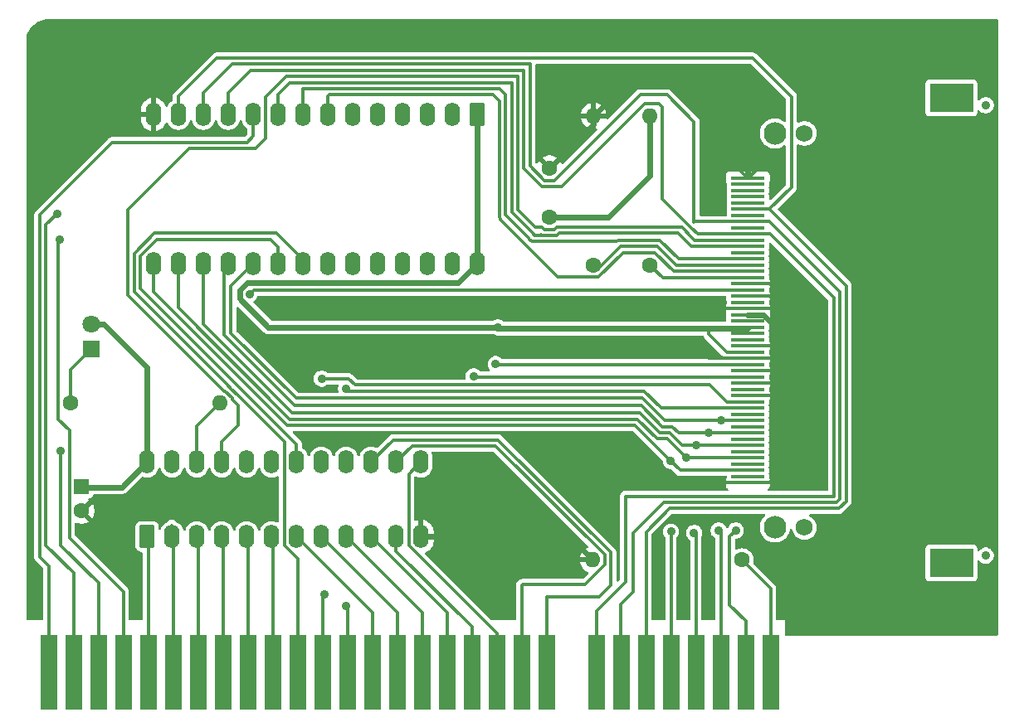
<source format=gtl>
%TF.GenerationSoftware,KiCad,Pcbnew,9.0.0*%
%TF.CreationDate,2025-03-25T10:37:28+02:00*%
%TF.ProjectId,xt-cf,78742d63-662e-46b6-9963-61645f706362,rev?*%
%TF.SameCoordinates,Original*%
%TF.FileFunction,Copper,L1,Top*%
%TF.FilePolarity,Positive*%
%FSLAX46Y46*%
G04 Gerber Fmt 4.6, Leading zero omitted, Abs format (unit mm)*
G04 Created by KiCad (PCBNEW 9.0.0) date 2025-03-25 10:37:28*
%MOMM*%
%LPD*%
G01*
G04 APERTURE LIST*
G04 Aperture macros list*
%AMRoundRect*
0 Rectangle with rounded corners*
0 $1 Rounding radius*
0 $2 $3 $4 $5 $6 $7 $8 $9 X,Y pos of 4 corners*
0 Add a 4 corners polygon primitive as box body*
4,1,4,$2,$3,$4,$5,$6,$7,$8,$9,$2,$3,0*
0 Add four circle primitives for the rounded corners*
1,1,$1+$1,$2,$3*
1,1,$1+$1,$4,$5*
1,1,$1+$1,$6,$7*
1,1,$1+$1,$8,$9*
0 Add four rect primitives between the rounded corners*
20,1,$1+$1,$2,$3,$4,$5,0*
20,1,$1+$1,$4,$5,$6,$7,0*
20,1,$1+$1,$6,$7,$8,$9,0*
20,1,$1+$1,$8,$9,$2,$3,0*%
G04 Aperture macros list end*
%TA.AperFunction,ComponentPad*%
%ADD10RoundRect,0.250000X0.550000X-0.950000X0.550000X0.950000X-0.550000X0.950000X-0.550000X-0.950000X0*%
%TD*%
%TA.AperFunction,ComponentPad*%
%ADD11O,1.600000X2.400000*%
%TD*%
%TA.AperFunction,ComponentPad*%
%ADD12C,1.600000*%
%TD*%
%TA.AperFunction,ConnectorPad*%
%ADD13R,1.778000X7.620000*%
%TD*%
%TA.AperFunction,ComponentPad*%
%ADD14O,1.600000X1.600000*%
%TD*%
%TA.AperFunction,ComponentPad*%
%ADD15R,1.800000X1.800000*%
%TD*%
%TA.AperFunction,ComponentPad*%
%ADD16C,1.800000*%
%TD*%
%TA.AperFunction,ComponentPad*%
%ADD17RoundRect,0.250000X-0.550000X0.950000X-0.550000X-0.950000X0.550000X-0.950000X0.550000X0.950000X0*%
%TD*%
%TA.AperFunction,SMDPad,CuDef*%
%ADD18R,4.500880X2.999740*%
%TD*%
%TA.AperFunction,ComponentPad*%
%ADD19C,0.899160*%
%TD*%
%TA.AperFunction,ComponentPad*%
%ADD20C,2.301240*%
%TD*%
%TA.AperFunction,ComponentPad*%
%ADD21C,1.750060*%
%TD*%
%TA.AperFunction,SMDPad,CuDef*%
%ADD22R,3.500120X0.381000*%
%TD*%
%TA.AperFunction,ComponentPad*%
%ADD23R,1.600000X1.600000*%
%TD*%
%TA.AperFunction,ViaPad*%
%ADD24C,0.889000*%
%TD*%
%TA.AperFunction,Conductor*%
%ADD25C,0.368300*%
%TD*%
%TA.AperFunction,Conductor*%
%ADD26C,0.632460*%
%TD*%
G04 APERTURE END LIST*
D10*
%TO.P,U1,1,I1*%
%TO.N,/A4*%
X114180000Y-116620000D03*
D11*
%TO.P,U1,2,I2*%
%TO.N,/A5*%
X116720000Y-116620000D03*
%TO.P,U1,3,I3*%
%TO.N,/A6*%
X119260000Y-116620000D03*
%TO.P,U1,4,I4*%
%TO.N,/A7*%
X121800000Y-116620000D03*
%TO.P,U1,5,I5*%
%TO.N,/A8*%
X124340000Y-116620000D03*
%TO.P,U1,6,I6*%
%TO.N,/A9*%
X126880000Y-116620000D03*
%TO.P,U1,7,I7*%
%TO.N,/A13*%
X129420000Y-116620000D03*
%TO.P,U1,8,I8*%
%TO.N,/A14*%
X131960000Y-116620000D03*
%TO.P,U1,9,I9*%
%TO.N,/A15*%
X134500000Y-116620000D03*
%TO.P,U1,10,I10*%
%TO.N,/A16*%
X137040000Y-116620000D03*
%TO.P,U1,11,I11*%
%TO.N,/A17*%
X139580000Y-116620000D03*
%TO.P,U1,12,GND*%
%TO.N,GND*%
X142120000Y-116620000D03*
%TO.P,U1,13,I13*%
%TO.N,/A18*%
X142120000Y-109000000D03*
%TO.P,U1,14,I14*%
%TO.N,/A19*%
X139580000Y-109000000D03*
%TO.P,U1,15,IO15*%
%TO.N,/AEN*%
X137040000Y-109000000D03*
%TO.P,U1,16,IO16*%
%TO.N,/~{CF_CS0}*%
X134500000Y-109000000D03*
%TO.P,U1,17,IO17*%
%TO.N,/~{CF_CS1}*%
X131960000Y-109000000D03*
%TO.P,U1,18,IO18*%
%TO.N,/~{ROM_CS}*%
X129420000Y-109000000D03*
%TO.P,U1,19,IO19*%
%TO.N,/ROM_HI*%
X126880000Y-109000000D03*
%TO.P,U1,20,I020*%
%TO.N,/~{CF_RESET}*%
X124340000Y-109000000D03*
%TO.P,U1,21,IO21*%
%TO.N,/~{CF_DASP}*%
X121800000Y-109000000D03*
%TO.P,U1,22,IO22*%
%TO.N,Net-(U1-IO22)*%
X119260000Y-109000000D03*
%TO.P,U1,23,I23*%
%TO.N,/RESETDRV*%
X116720000Y-109000000D03*
%TO.P,U1,24,VCC*%
%TO.N,VCC*%
X114180000Y-109000000D03*
%TD*%
D12*
%TO.P,C1,1*%
%TO.N,VCC*%
X155250000Y-84000000D03*
%TO.P,C1,2*%
%TO.N,GND*%
X155250000Y-79000000D03*
%TD*%
D13*
%TO.P,BUS1,33,SD7*%
%TO.N,/D7*%
X177800000Y-130492500D03*
%TO.P,BUS1,34,SD6*%
%TO.N,/D6*%
X175260000Y-130492500D03*
%TO.P,BUS1,35,SD5*%
%TO.N,/D5*%
X172720000Y-130492500D03*
%TO.P,BUS1,36,SD4*%
%TO.N,/D4*%
X170180000Y-130492500D03*
%TO.P,BUS1,37,SD3*%
%TO.N,/D3*%
X167640000Y-130492500D03*
%TO.P,BUS1,38,SD2*%
%TO.N,/D2*%
X165100000Y-130492500D03*
%TO.P,BUS1,39,SD1*%
%TO.N,/D1*%
X162560000Y-130492500D03*
%TO.P,BUS1,40,SD0*%
%TO.N,/D0*%
X160020000Y-130492500D03*
%TO.P,BUS1,42,AEN*%
%TO.N,/AEN*%
X154940000Y-130492500D03*
%TO.P,BUS1,43,SA19*%
%TO.N,/A19*%
X152400000Y-130492500D03*
%TO.P,BUS1,44,SA18*%
%TO.N,/A18*%
X149860000Y-130492500D03*
%TO.P,BUS1,45,SA17*%
%TO.N,/A17*%
X147320000Y-130492500D03*
%TO.P,BUS1,46,SA16*%
%TO.N,/A16*%
X144780000Y-130492500D03*
%TO.P,BUS1,47,SA15*%
%TO.N,/A15*%
X142240000Y-130492500D03*
%TO.P,BUS1,48,SA14*%
%TO.N,/A14*%
X139700000Y-130492500D03*
%TO.P,BUS1,49,SA13*%
%TO.N,/A13*%
X137160000Y-130492500D03*
%TO.P,BUS1,50,SA12*%
%TO.N,/A12*%
X134620000Y-130492500D03*
%TO.P,BUS1,51,SA11*%
%TO.N,/A11*%
X132080000Y-130492500D03*
%TO.P,BUS1,52,SA10*%
%TO.N,/A10*%
X129540000Y-130492500D03*
%TO.P,BUS1,53,SA9*%
%TO.N,/A9*%
X127000000Y-130492500D03*
%TO.P,BUS1,54,SA8*%
%TO.N,/A8*%
X124460000Y-130492500D03*
%TO.P,BUS1,55,SA7*%
%TO.N,/A7*%
X121920000Y-130492500D03*
%TO.P,BUS1,56,SA6*%
%TO.N,/A6*%
X119380000Y-130492500D03*
%TO.P,BUS1,57,SA5*%
%TO.N,/A5*%
X116840000Y-130492500D03*
%TO.P,BUS1,58,SA4*%
%TO.N,/A4*%
X114300000Y-130492500D03*
%TO.P,BUS1,59,SA3*%
%TO.N,/A3*%
X111760000Y-130492500D03*
%TO.P,BUS1,60,SA2*%
%TO.N,/A2*%
X109220000Y-130492500D03*
%TO.P,BUS1,61,SA1*%
%TO.N,/A1*%
X106680000Y-130492500D03*
%TO.P,BUS1,62,SA0*%
%TO.N,/A0*%
X104140000Y-130492500D03*
%TD*%
D12*
%TO.P,R1,1*%
%TO.N,Net-(D1-K)*%
X106380000Y-103000000D03*
D14*
%TO.P,R1,2*%
%TO.N,Net-(U1-IO22)*%
X121620000Y-103000000D03*
%TD*%
D12*
%TO.P,R3,1*%
%TO.N,/CF_IORDY*%
X165500000Y-88870000D03*
D14*
%TO.P,R3,2*%
%TO.N,VCC*%
X165500000Y-73630000D03*
%TD*%
D12*
%TO.P,R4,1*%
%TO.N,/CF_DMARQ*%
X159750000Y-88870000D03*
D14*
%TO.P,R4,2*%
%TO.N,GND*%
X159750000Y-73630000D03*
%TD*%
D15*
%TO.P,D1,1,K*%
%TO.N,Net-(D1-K)*%
X108500000Y-97500000D03*
D16*
%TO.P,D1,2,A*%
%TO.N,VCC*%
X108500000Y-94960000D03*
%TD*%
D17*
%TO.P,U2,1,VPP*%
%TO.N,VCC*%
X147870000Y-73510000D03*
D11*
%TO.P,U2,2,A12*%
%TO.N,/A12*%
X145330000Y-73510000D03*
%TO.P,U2,3,A7*%
%TO.N,/A7*%
X142790000Y-73510000D03*
%TO.P,U2,4,A6*%
%TO.N,/A6*%
X140250000Y-73510000D03*
%TO.P,U2,5,A5*%
%TO.N,/A5*%
X137710000Y-73510000D03*
%TO.P,U2,6,A4*%
%TO.N,/A4*%
X135170000Y-73510000D03*
%TO.P,U2,7,A3*%
%TO.N,/A3*%
X132630000Y-73510000D03*
%TO.P,U2,8,A2*%
%TO.N,/A2*%
X130090000Y-73510000D03*
%TO.P,U2,9,A1*%
%TO.N,/A1*%
X127550000Y-73510000D03*
%TO.P,U2,10,A0*%
%TO.N,/A0*%
X125010000Y-73510000D03*
%TO.P,U2,11,D0*%
%TO.N,/D0*%
X122470000Y-73510000D03*
%TO.P,U2,12,D1*%
%TO.N,/D1*%
X119930000Y-73510000D03*
%TO.P,U2,13,D2*%
%TO.N,/D2*%
X117390000Y-73510000D03*
%TO.P,U2,14,GND*%
%TO.N,GND*%
X114850000Y-73510000D03*
%TO.P,U2,15,D3*%
%TO.N,/D3*%
X114850000Y-88750000D03*
%TO.P,U2,16,D4*%
%TO.N,/D4*%
X117390000Y-88750000D03*
%TO.P,U2,17,D5*%
%TO.N,/D5*%
X119930000Y-88750000D03*
%TO.P,U2,18,D6*%
%TO.N,/D6*%
X122470000Y-88750000D03*
%TO.P,U2,19,D7*%
%TO.N,/D7*%
X125010000Y-88750000D03*
%TO.P,U2,20,~{CE}*%
%TO.N,/~{ROM_CS}*%
X127550000Y-88750000D03*
%TO.P,U2,21,A10*%
%TO.N,/A10*%
X130090000Y-88750000D03*
%TO.P,U2,22,~{OE}*%
%TO.N,/~{MEMR}*%
X132630000Y-88750000D03*
%TO.P,U2,23,A11*%
%TO.N,/A11*%
X135170000Y-88750000D03*
%TO.P,U2,24,A9*%
%TO.N,/A9*%
X137710000Y-88750000D03*
%TO.P,U2,25,A8*%
%TO.N,/A8*%
X140250000Y-88750000D03*
%TO.P,U2,26,A13*%
%TO.N,/ROM_HI*%
X142790000Y-88750000D03*
%TO.P,U2,27,~{PGM}*%
%TO.N,VCC*%
X145330000Y-88750000D03*
%TO.P,U2,28,VCC*%
X147870000Y-88750000D03*
%TD*%
D18*
%TO.P,P1,*%
%TO.N,*%
X196250040Y-119316500D03*
D19*
X199747620Y-118567200D03*
D20*
X178249060Y-115687540D03*
D21*
X181248800Y-115687540D03*
D20*
X178249060Y-75447460D03*
D21*
X181248800Y-75447460D03*
D19*
X199747620Y-72567800D03*
D18*
X196250040Y-71818500D03*
D22*
%TO.P,P1,1,GND*%
%TO.N,GND*%
X175498240Y-111125000D03*
%TO.P,P1,2,D3*%
%TO.N,/D3*%
X175498240Y-109855000D03*
%TO.P,P1,3,D4*%
%TO.N,/D4*%
X175498240Y-108585000D03*
%TO.P,P1,4,D5*%
%TO.N,/D5*%
X175498240Y-107315000D03*
%TO.P,P1,5,D6*%
%TO.N,/D6*%
X175498240Y-106045000D03*
%TO.P,P1,6,D7*%
%TO.N,/D7*%
X175498240Y-104775000D03*
%TO.P,P1,7,~{CS0}*%
%TO.N,/~{CF_CS0}*%
X175498240Y-103505000D03*
%TO.P,P1,8,A10*%
%TO.N,GND*%
X175498240Y-102235000D03*
%TO.P,P1,9,~{ATASEL}*%
X175498240Y-100965000D03*
%TO.P,P1,10,A9*%
X175498240Y-99695000D03*
%TO.P,P1,11,A8*%
X175498240Y-98425000D03*
%TO.P,P1,12,A7*%
X175498240Y-97155000D03*
%TO.P,P1,13,VCC*%
%TO.N,VCC*%
X175498240Y-95885000D03*
%TO.P,P1,14,A6*%
%TO.N,GND*%
X175498240Y-94615000D03*
%TO.P,P1,15,A5*%
X175498240Y-93345000D03*
%TO.P,P1,16,A4*%
X175498240Y-92075000D03*
%TO.P,P1,17,A3*%
X175498240Y-90805000D03*
%TO.P,P1,18,A2*%
%TO.N,/A3*%
X175498240Y-89535000D03*
%TO.P,P1,19,A1*%
%TO.N,/A2*%
X175498240Y-88265000D03*
%TO.P,P1,20,A0*%
%TO.N,/A1*%
X175498240Y-86995000D03*
%TO.P,P1,21,D0*%
%TO.N,/D0*%
X175498240Y-85725000D03*
%TO.P,P1,22,D1*%
%TO.N,/D1*%
X175498240Y-84455000D03*
%TO.P,P1,23,D2*%
%TO.N,/D2*%
X175498240Y-83185000D03*
%TO.P,P1,24,~{IOCS16}*%
%TO.N,unconnected-(P1-~{IOCS16}-Pad24)*%
X175498240Y-81915000D03*
%TO.P,P1,25,~{CD2}*%
%TO.N,unconnected-(P1-~{CD2}-Pad25)*%
X175498240Y-80645000D03*
%TO.P,P1,26,~{CD1}*%
%TO.N,unconnected-(P1-~{CD1}-Pad26)*%
X175498240Y-110490000D03*
%TO.P,P1,27,D11*%
%TO.N,unconnected-(P1-D11-Pad27)*%
X175498240Y-109220000D03*
%TO.P,P1,28,D12*%
%TO.N,unconnected-(P1-D12-Pad28)*%
X175498240Y-107950000D03*
%TO.P,P1,29,D13*%
%TO.N,unconnected-(P1-D13-Pad29)*%
X175498240Y-106680000D03*
%TO.P,P1,30,D14*%
%TO.N,unconnected-(P1-D14-Pad30)*%
X175498240Y-105410000D03*
%TO.P,P1,31,D15*%
%TO.N,unconnected-(P1-D15-Pad31)*%
X175498240Y-104140000D03*
%TO.P,P1,32,~{CS1}*%
%TO.N,/~{CF_CS1}*%
X175498240Y-102870000D03*
%TO.P,P1,33,~{VS1}*%
%TO.N,unconnected-(P1-~{VS1}-Pad33)*%
X175498240Y-101600000D03*
%TO.P,P1,34,~{IORD}*%
%TO.N,/~{IOR}*%
X175498240Y-100330000D03*
%TO.P,P1,35,~{IOWR}*%
%TO.N,/~{IOW}*%
X175498240Y-99060000D03*
%TO.P,P1,36,~{WE}*%
%TO.N,VCC*%
X175498240Y-97790000D03*
%TO.P,P1,37,INTRQ*%
%TO.N,unconnected-(P1-INTRQ-Pad37)*%
X175498240Y-96520000D03*
%TO.P,P1,38,VCC*%
%TO.N,VCC*%
X175498240Y-95250000D03*
%TO.P,P1,39,~{CSEL}*%
%TO.N,GND*%
X175498240Y-93980000D03*
%TO.P,P1,40,~{VS2}*%
%TO.N,unconnected-(P1-~{VS2}-Pad40)*%
X175498240Y-92710000D03*
%TO.P,P1,41,~{RESET}*%
%TO.N,/~{CF_RESET}*%
X175498240Y-91440000D03*
%TO.P,P1,42,IORDY*%
%TO.N,/CF_IORDY*%
X175498240Y-90170000D03*
%TO.P,P1,43,~{INPACK}*%
%TO.N,/CF_DMARQ*%
X175498240Y-88900000D03*
%TO.P,P1,44,~{REG}*%
%TO.N,VCC*%
X175498240Y-87630000D03*
%TO.P,P1,45,~{DASP}*%
%TO.N,/~{CF_DASP}*%
X175498240Y-86360000D03*
%TO.P,P1,46,~{PDIAG}*%
%TO.N,unconnected-(P1-~{PDIAG}-Pad46)*%
X175498240Y-85090000D03*
%TO.P,P1,47,D8*%
%TO.N,unconnected-(P1-D8-Pad47)*%
X175498240Y-83820000D03*
%TO.P,P1,48,D9*%
%TO.N,unconnected-(P1-D9-Pad48)*%
X175498240Y-82550000D03*
%TO.P,P1,49,D10*%
%TO.N,unconnected-(P1-D10-Pad49)*%
X175498240Y-81280000D03*
%TO.P,P1,50,GND*%
%TO.N,GND*%
X175498240Y-80010000D03*
%TD*%
D12*
%TO.P,R2,1*%
%TO.N,/D7*%
X174870000Y-119000000D03*
D14*
%TO.P,R2,2*%
%TO.N,GND*%
X159630000Y-119000000D03*
%TD*%
D23*
%TO.P,C2,1*%
%TO.N,VCC*%
X107500000Y-111500000D03*
D12*
%TO.P,C2,2*%
%TO.N,GND*%
X107500000Y-114000000D03*
%TD*%
D24*
%TO.N,/A1*%
X105022650Y-83629297D03*
%TO.N,/A11*%
X132250000Y-122500000D03*
%TO.N,/A12*%
X134500000Y-123750000D03*
%TO.N,/A2*%
X105386600Y-107863400D03*
%TO.N,/A3*%
X105250000Y-86250000D03*
%TO.N,/D3*%
X167640000Y-116110000D03*
X167612040Y-108887960D03*
%TO.N,/D4*%
X170000000Y-116250000D03*
X169223279Y-108585000D03*
%TO.N,/D5*%
X170250000Y-107250000D03*
X172500000Y-116000000D03*
%TO.N,/D6*%
X171500000Y-106000000D03*
X174250000Y-116000000D03*
%TO.N,/D7*%
X172750000Y-104775000D03*
%TO.N,/~{CF_CS0}*%
X134500000Y-101500000D03*
%TO.N,/~{CF_CS1}*%
X132000000Y-100500000D03*
%TO.N,/~{CF_RESET}*%
X124625000Y-91875000D03*
%TO.N,/~{IOR}*%
X147500000Y-100250000D03*
%TO.N,/~{IOW}*%
X149750000Y-99000000D03*
%TO.N,GND*%
X179095393Y-104404607D03*
%TO.N,VCC*%
X150000000Y-95250000D03*
%TD*%
D25*
%TO.N,/A0*%
X125010000Y-75740000D02*
X124373300Y-76376700D01*
X125010000Y-73510000D02*
X125010000Y-75740000D01*
X104140000Y-119640000D02*
X104140000Y-130492500D01*
X103250000Y-118750000D02*
X104140000Y-119640000D01*
X124373300Y-76376700D02*
X110623300Y-76376700D01*
X110623300Y-76376700D02*
X103250000Y-83750000D01*
X103250000Y-83750000D02*
X103250000Y-118750000D01*
%TO.N,/A1*%
X175498240Y-86995000D02*
X169745000Y-86995000D01*
X154478547Y-85862450D02*
X154478548Y-85862450D01*
X106680000Y-120306700D02*
X103873300Y-117500000D01*
X103873300Y-117500000D02*
X103873300Y-84778647D01*
X168373300Y-85623300D02*
X156260602Y-85623300D01*
X106680000Y-130492500D02*
X106680000Y-120306700D01*
X153741820Y-85873300D02*
X153491820Y-85623300D01*
X156021452Y-85862450D02*
X155505093Y-85862450D01*
X151380100Y-83511579D02*
X151380100Y-70250000D01*
X153491820Y-85623300D02*
X151380100Y-83511579D01*
X151380100Y-83511579D02*
X151380100Y-83511580D01*
X127550000Y-71450000D02*
X127550000Y-73510000D01*
X156021452Y-85862450D02*
X156021453Y-85862450D01*
X154373789Y-85757691D02*
X154258180Y-85873300D01*
X153741820Y-85873300D02*
X153741821Y-85873300D01*
X156260602Y-85623300D02*
X156021452Y-85862450D01*
X169745000Y-86995000D02*
X168373300Y-85623300D01*
X151380100Y-70250000D02*
X128750000Y-70250000D01*
X155505093Y-85862450D02*
X154994907Y-85862450D01*
X154258180Y-85873300D02*
X153741820Y-85873300D01*
X154478547Y-85862450D02*
X154373789Y-85757691D01*
X103873300Y-84778647D02*
X105022650Y-83629297D01*
X128750000Y-70250000D02*
X127550000Y-71450000D01*
X154994907Y-85862450D02*
X154478547Y-85862450D01*
%TO.N,/A10*%
X127366700Y-85626700D02*
X114939397Y-85626700D01*
X123482450Y-102228547D02*
X122756573Y-101502671D01*
X114939397Y-85626700D02*
X112875000Y-87691097D01*
X112875000Y-91625000D02*
X122387550Y-101137550D01*
X122756573Y-101502671D02*
X122391452Y-101137550D01*
X130090000Y-88750000D02*
X130090000Y-88350000D01*
X128180850Y-117533273D02*
X128180850Y-106930850D01*
X128180850Y-106930850D02*
X123482450Y-102232450D01*
X122387550Y-101137550D02*
X122391452Y-101137550D01*
X130090000Y-88350000D02*
X127366700Y-85626700D01*
X122391452Y-101137550D02*
X122391453Y-101137550D01*
X123482450Y-102228548D02*
X123482450Y-102228547D01*
X112875000Y-87691097D02*
X112875000Y-91625000D01*
X129540000Y-130492500D02*
X129540000Y-118892423D01*
X129540000Y-118892423D02*
X128180850Y-117533273D01*
X123482450Y-102232450D02*
X123482450Y-102228548D01*
%TO.N,/A11*%
X132080000Y-122670000D02*
X132250000Y-122500000D01*
X132080000Y-130492500D02*
X132080000Y-122670000D01*
%TO.N,/A12*%
X134620000Y-130492500D02*
X134620000Y-123870000D01*
X134620000Y-123870000D02*
X134500000Y-123750000D01*
%TO.N,/A13*%
X137160000Y-124360000D02*
X137160000Y-130492500D01*
X129420000Y-116620000D02*
X137160000Y-124360000D01*
%TO.N,/A14*%
X131960000Y-116620000D02*
X139700000Y-124360000D01*
X139700000Y-124360000D02*
X139700000Y-130492500D01*
%TO.N,/A15*%
X142240000Y-124360000D02*
X142240000Y-130492500D01*
X134500000Y-116620000D02*
X142240000Y-124360000D01*
%TO.N,/A16*%
X137040000Y-116620000D02*
X144780000Y-124360000D01*
X144780000Y-124360000D02*
X144780000Y-130492500D01*
%TO.N,/A17*%
X147320000Y-125820000D02*
X147320000Y-130492500D01*
X139580000Y-116620000D02*
X139580000Y-118080000D01*
X139580000Y-118080000D02*
X147320000Y-125820000D01*
%TO.N,/A18*%
X140880850Y-117533273D02*
X149860000Y-126512423D01*
X140880850Y-110239150D02*
X140880850Y-117533273D01*
X142120000Y-109000000D02*
X140880850Y-110239150D01*
X149860000Y-126512423D02*
X149860000Y-130492500D01*
%TO.N,/A19*%
X152400000Y-121600000D02*
X152400000Y-130492500D01*
X152500000Y-121500000D02*
X152400000Y-121600000D01*
X141219150Y-107360850D02*
X149743273Y-107360850D01*
X149743273Y-107360850D02*
X160869150Y-118486727D01*
X158882423Y-121500000D02*
X152500000Y-121500000D01*
X160869150Y-119513273D02*
X158882423Y-121500000D01*
X139580000Y-109000000D02*
X141219150Y-107360850D01*
X160869150Y-118486727D02*
X160869150Y-119513273D01*
%TO.N,/A2*%
X166522083Y-86376699D02*
X162232764Y-86376699D01*
X175498240Y-88265000D02*
X168410384Y-88265000D01*
X153233640Y-86246600D02*
X153483640Y-86496600D01*
X105386600Y-107863400D02*
X105386600Y-117500000D01*
X150756800Y-83253400D02*
X150756800Y-83253399D01*
X162232764Y-86376699D02*
X162112863Y-86496600D01*
X154516359Y-86496600D02*
X154000000Y-86496601D01*
X152166149Y-85179109D02*
X152868520Y-85881480D01*
X152868520Y-85881480D02*
X153118519Y-86131479D01*
X168410384Y-88265000D02*
X166522083Y-86376699D01*
X151121921Y-84134880D02*
X151121921Y-84134879D01*
X153483640Y-86496600D02*
X153483641Y-86496600D01*
X153483641Y-86496600D02*
X153483640Y-86496601D01*
X109220000Y-130492500D02*
X109220000Y-121333400D01*
X130090000Y-73510000D02*
X130090000Y-70873300D01*
X153118519Y-86131479D02*
X153118519Y-86131480D01*
X150756800Y-83769759D02*
X151121921Y-84134880D01*
X153118519Y-86131480D02*
X153233640Y-86246600D01*
X153483640Y-86496601D02*
X154000000Y-86496601D01*
X150756800Y-83253400D02*
X150756800Y-83769759D01*
X150756800Y-71506800D02*
X150756800Y-83253400D01*
X150756800Y-83769759D02*
X150756800Y-83769758D01*
X154000000Y-86496601D02*
X154000000Y-86496600D01*
X109220000Y-121333400D02*
X105386600Y-117500000D01*
X130090000Y-70873300D02*
X150123300Y-70873300D01*
X162112863Y-86496600D02*
X154516359Y-86496600D01*
X150123300Y-70873300D02*
X150756800Y-71506800D01*
X151121921Y-84134879D02*
X152166149Y-85179109D01*
%TO.N,/A3*%
X105140850Y-86359150D02*
X105250000Y-86250000D01*
X150250000Y-84250000D02*
X156109150Y-90109150D01*
X111760000Y-130492500D02*
X111760000Y-122260000D01*
X160263273Y-90109150D02*
X162749123Y-87623300D01*
X162749123Y-87623300D02*
X166005723Y-87623300D01*
X106270250Y-108229420D02*
X106270250Y-107497380D01*
X166005723Y-87623300D02*
X167917423Y-89535000D01*
X150133500Y-72133500D02*
X150133500Y-82995221D01*
X150133500Y-84027939D02*
X150133500Y-84027938D01*
X150250000Y-84144439D02*
X150250000Y-84144438D01*
X111760000Y-122260000D02*
X106250000Y-116750000D01*
X150133500Y-84027939D02*
X150250000Y-84144439D01*
X106250000Y-105750000D02*
X105140850Y-104640850D01*
X149496600Y-71496600D02*
X150133500Y-72133500D01*
X105140850Y-104640850D02*
X105140850Y-86359150D01*
X106250000Y-116750000D02*
X106250000Y-108249670D01*
X150133500Y-82995221D02*
X150133500Y-83511579D01*
X106250000Y-108249670D02*
X106270250Y-108229420D01*
X132753400Y-71496600D02*
X149496600Y-71496600D01*
X150250000Y-84144438D02*
X150250000Y-84250000D01*
X106250000Y-107477130D02*
X106250000Y-105750000D01*
X167917423Y-89535000D02*
X175498240Y-89535000D01*
X156109150Y-90109150D02*
X160263273Y-90109150D01*
X132630000Y-73510000D02*
X132630000Y-71620000D01*
X132630000Y-71620000D02*
X132753400Y-71496600D01*
X150133500Y-83511579D02*
X150133500Y-84027939D01*
X106270250Y-107497380D02*
X106250000Y-107477130D01*
%TO.N,/A4*%
X114300000Y-130492500D02*
X114300000Y-116740000D01*
X114300000Y-116740000D02*
X114180000Y-116620000D01*
%TO.N,/A5*%
X116840000Y-116740000D02*
X116720000Y-116620000D01*
X116720000Y-116620000D02*
X116720000Y-115470000D01*
X116840000Y-130492500D02*
X116840000Y-116740000D01*
%TO.N,/A6*%
X119380000Y-116740000D02*
X119260000Y-116620000D01*
X119380000Y-130492500D02*
X119380000Y-116740000D01*
%TO.N,/A7*%
X121920000Y-116740000D02*
X121800000Y-116620000D01*
X121920000Y-130492500D02*
X121920000Y-116740000D01*
%TO.N,/A8*%
X124460000Y-116740000D02*
X124340000Y-116620000D01*
X124460000Y-130492500D02*
X124460000Y-116740000D01*
%TO.N,/A9*%
X127000000Y-116740000D02*
X126880000Y-116620000D01*
X127000000Y-130492500D02*
X127000000Y-116740000D01*
%TO.N,/AEN*%
X139302450Y-106737550D02*
X150001453Y-106737550D01*
X150001453Y-106737550D02*
X161492450Y-118228548D01*
X155000000Y-122750000D02*
X155000000Y-123500000D01*
X161492450Y-118228548D02*
X161492450Y-121560050D01*
X137040000Y-109000000D02*
X139302450Y-106737550D01*
X154940000Y-123560000D02*
X154940000Y-130492500D01*
X160302500Y-122750000D02*
X155000000Y-122750000D01*
X161492450Y-121560050D02*
X160302500Y-122750000D01*
X155000000Y-123500000D02*
X154940000Y-123560000D01*
%TO.N,/CF_DMARQ*%
X173314380Y-88900000D02*
X175498240Y-88900000D01*
X159880000Y-89000000D02*
X160490943Y-89000000D01*
X173309030Y-88905350D02*
X173314380Y-88900000D01*
X173302680Y-88911700D02*
X173309030Y-88905350D01*
X166629023Y-87365121D02*
X168175603Y-88911700D01*
X159750000Y-88870000D02*
X159880000Y-89000000D01*
X162490944Y-87000000D02*
X163007303Y-87000000D01*
X168175603Y-88911700D02*
X173302680Y-88911700D01*
X166263903Y-87000000D02*
X166629023Y-87365121D01*
X162490944Y-87000000D02*
X162490943Y-87000000D01*
X165747543Y-87000000D02*
X166263902Y-87000000D01*
X163007303Y-87000000D02*
X165747543Y-87000000D01*
X160490943Y-89000000D02*
X162490944Y-87000000D01*
X166263903Y-87000000D02*
X166263902Y-87000000D01*
%TO.N,/CF_IORDY*%
X165500000Y-88870000D02*
X166800000Y-90170000D01*
X166800000Y-90170000D02*
X175498240Y-90170000D01*
%TO.N,/D0*%
X156021452Y-80862450D02*
X156515127Y-80862450D01*
X166750000Y-72750000D02*
X166750000Y-82131480D01*
X169376700Y-84758180D02*
X169741820Y-85123300D01*
X166390850Y-72390850D02*
X166750000Y-72750000D01*
X122470000Y-73510000D02*
X122470000Y-71280000D01*
X160020000Y-124230000D02*
X163000000Y-121250000D01*
X163000000Y-112500000D02*
X184250000Y-112500000D01*
X170343520Y-85725000D02*
X175498240Y-85725000D01*
X164986727Y-72390850D02*
X166390850Y-72390850D01*
X154994907Y-80862450D02*
X155505093Y-80862450D01*
X160020000Y-130492500D02*
X160020000Y-124230000D01*
X155505093Y-80862450D02*
X156021452Y-80862450D01*
X152626700Y-79010603D02*
X154478548Y-80862450D01*
X152626700Y-78494243D02*
X152626700Y-79010602D01*
X152626700Y-68996600D02*
X152626700Y-78494243D01*
X166750000Y-82131480D02*
X169376700Y-84758180D01*
X163000000Y-121250000D02*
X163000000Y-112500000D01*
X156515127Y-80862450D02*
X164986727Y-72390850D01*
X154478548Y-80862450D02*
X154994907Y-80862450D01*
X184250000Y-92250000D02*
X177725000Y-85725000D01*
X124753400Y-68996600D02*
X152626700Y-68996600D01*
X184250000Y-112500000D02*
X184250000Y-92250000D01*
X169741820Y-85123300D02*
X170343520Y-85725000D01*
X122470000Y-71280000D02*
X124753400Y-68996600D01*
X152626700Y-79010602D02*
X152626700Y-79010603D01*
X177725000Y-85725000D02*
X175498240Y-85725000D01*
X154478548Y-80862450D02*
X154478547Y-80862450D01*
%TO.N,/D1*%
X184873300Y-112241821D02*
X184873300Y-112758179D01*
X164502423Y-71500000D02*
X167250000Y-71500000D01*
X162500000Y-130432500D02*
X162560000Y-130492500D01*
X154736727Y-80239150D02*
X155763273Y-80239150D01*
X170000000Y-84500000D02*
X170045000Y-84455000D01*
X153250000Y-68373300D02*
X153250000Y-78752423D01*
X170045000Y-84455000D02*
X175498240Y-84455000D01*
X122876700Y-68373300D02*
X153250000Y-68373300D01*
X175498240Y-84455000D02*
X177682100Y-84455000D01*
X184873300Y-112758179D02*
X184631479Y-113000000D01*
X177682100Y-84455000D02*
X184873300Y-91646200D01*
X119930000Y-71320000D02*
X122876700Y-68373300D01*
X184873300Y-91991821D02*
X184873300Y-92508180D01*
X184508179Y-113123300D02*
X183991821Y-113123300D01*
X163750000Y-122250000D02*
X162500000Y-123500000D01*
X184873300Y-92508180D02*
X184873300Y-112241821D01*
X119930000Y-73510000D02*
X119930000Y-71320000D01*
X163750000Y-116250000D02*
X163750000Y-122250000D01*
X155763273Y-80239150D02*
X164502423Y-71500000D01*
X184873300Y-91646200D02*
X184873300Y-91991821D01*
X183991821Y-113123300D02*
X166876700Y-113123300D01*
X184631479Y-113000000D02*
X184508179Y-113123300D01*
X153250000Y-78752423D02*
X154736727Y-80239150D01*
X170000000Y-74250000D02*
X170000000Y-84500000D01*
X167250000Y-71500000D02*
X170000000Y-74250000D01*
X166876700Y-113123300D02*
X163750000Y-116250000D01*
X184873300Y-91991821D02*
X184873300Y-91991820D01*
X162500000Y-123500000D02*
X162500000Y-130432500D01*
%TO.N,/D2*%
X185496600Y-90999500D02*
X185496600Y-113016359D01*
X167503400Y-113746600D02*
X165100000Y-116150000D01*
X117390000Y-71610000D02*
X117390000Y-73510000D01*
X177682100Y-83185000D02*
X185496600Y-90999500D01*
X165100000Y-116150000D02*
X165100000Y-130492500D01*
X175498240Y-83185000D02*
X177682100Y-83185000D01*
X176000000Y-67750000D02*
X121250000Y-67750000D01*
X177682100Y-83185000D02*
X179934620Y-80932480D01*
X179934620Y-71684620D02*
X176000000Y-67750000D01*
X121250000Y-67750000D02*
X117390000Y-71610000D01*
X185496600Y-113016359D02*
X184766358Y-113746600D01*
X184766358Y-113746600D02*
X167503400Y-113746600D01*
X179934620Y-80932480D02*
X179934620Y-71684620D01*
%TO.N,/D3*%
X168487040Y-109762960D02*
X167612040Y-108887960D01*
X114850000Y-91600000D02*
X114850000Y-88750000D01*
X175498240Y-109855000D02*
X175492890Y-109849650D01*
X167612040Y-108887960D02*
X163974080Y-105250000D01*
X128500000Y-105250000D02*
X114850000Y-91600000D01*
X175498240Y-109855000D02*
X168579080Y-109855000D01*
X163974080Y-105250000D02*
X128500000Y-105250000D01*
X167640000Y-130492500D02*
X167640000Y-116110000D01*
X168579080Y-109855000D02*
X168487040Y-109762960D01*
%TO.N,/D4*%
X167283179Y-106644900D02*
X166250460Y-106644900D01*
X128754780Y-104623300D02*
X117390000Y-93258520D01*
X169223279Y-108585000D02*
X167283179Y-106644900D01*
X117390000Y-93258520D02*
X117390000Y-88750000D01*
X175498240Y-108585000D02*
X169223279Y-108585000D01*
X164232260Y-104626700D02*
X164228860Y-104623300D01*
X170180000Y-116430000D02*
X170000000Y-116250000D01*
X166250460Y-106644900D02*
X164232260Y-104626700D01*
X170180000Y-130492500D02*
X170180000Y-116430000D01*
X175498240Y-108585000D02*
X175492890Y-108579650D01*
X164228860Y-104623300D02*
X128754780Y-104623300D01*
%TO.N,/D5*%
X167025000Y-106021600D02*
X167025001Y-106021600D01*
X164487040Y-104000000D02*
X164487039Y-104000000D01*
X172720000Y-116220000D02*
X172500000Y-116000000D01*
X175492890Y-107309650D02*
X172745380Y-107309650D01*
X170250000Y-107250000D02*
X168769759Y-107250000D01*
X164487039Y-104000000D02*
X163970680Y-104000000D01*
X119930000Y-94917040D02*
X119930000Y-88750000D01*
X172745380Y-107309650D02*
X172685730Y-107250000D01*
X172685730Y-107250000D02*
X170250000Y-107250000D01*
X129012960Y-104000000D02*
X119930000Y-94917040D01*
X167541359Y-106021600D02*
X167025000Y-106021600D01*
X168769759Y-107250000D02*
X167541359Y-106021600D01*
X163970680Y-104000000D02*
X129012960Y-104000000D01*
X164855560Y-104368520D02*
X164490440Y-104003400D01*
X167025000Y-106021600D02*
X166508640Y-106021600D01*
X175498240Y-107315000D02*
X175492890Y-107309650D01*
X172720000Y-130492500D02*
X172720000Y-116220000D01*
X166508640Y-106021600D02*
X164855560Y-104368520D01*
X164490440Y-104003400D02*
X164487040Y-104000000D01*
%TO.N,/D6*%
X166766820Y-105398300D02*
X164618520Y-103250000D01*
X166766820Y-105398299D02*
X166766820Y-105398300D01*
X175260000Y-125260000D02*
X173630850Y-123630850D01*
X173630850Y-123630850D02*
X173630850Y-116619150D01*
X173630850Y-116619150D02*
X174250000Y-116000000D01*
X175260000Y-130492500D02*
X175260000Y-125260000D01*
X168401239Y-106000000D02*
X167799539Y-105398300D01*
X175498240Y-106045000D02*
X175492890Y-106039650D01*
X171500000Y-106000000D02*
X168401239Y-106000000D01*
X122000000Y-96000000D02*
X122000000Y-89220000D01*
X175492890Y-106039650D02*
X173309030Y-106039650D01*
X164618520Y-103250000D02*
X129250000Y-103250000D01*
X173309030Y-106000000D02*
X171500000Y-106000000D01*
X129250000Y-103250000D02*
X122000000Y-96000000D01*
X167799539Y-105398300D02*
X166766820Y-105398299D01*
X122000000Y-89220000D02*
X122470000Y-88750000D01*
X173309030Y-106039650D02*
X173309030Y-106000000D01*
%TO.N,/D7*%
X122750000Y-91010000D02*
X122750000Y-95868520D01*
X129381480Y-102500000D02*
X164750000Y-102500000D01*
X168057718Y-104775000D02*
X172750000Y-104775000D01*
X167024999Y-104774999D02*
X168057718Y-104775000D01*
X164750000Y-102500000D02*
X165241820Y-102991821D01*
X172750000Y-104775000D02*
X175498240Y-104775000D01*
X177800000Y-130492500D02*
X177800000Y-121930000D01*
X125010000Y-88750000D02*
X122750000Y-91010000D01*
X122750000Y-95868520D02*
X129381480Y-102500000D01*
X165241820Y-102991821D02*
X167024999Y-104774999D01*
X177800000Y-121930000D02*
X174870000Y-119000000D01*
%TO.N,/~{CF_CS0}*%
X175498240Y-103505000D02*
X166636480Y-103505000D01*
X166636480Y-103505000D02*
X164888430Y-101756950D01*
X164888430Y-101756950D02*
X134756950Y-101756950D01*
X134756950Y-101756950D02*
X134500000Y-101500000D01*
%TO.N,/~{CF_CS1}*%
X134749670Y-100500000D02*
X132000000Y-100500000D01*
X173314380Y-102870000D02*
X171578030Y-101133650D01*
X171578030Y-101133650D02*
X135383320Y-101133650D01*
X135383320Y-101133650D02*
X134749670Y-100500000D01*
X175498240Y-102870000D02*
X173314380Y-102870000D01*
%TO.N,/~{CF_DASP}*%
X128376700Y-69619900D02*
X126250000Y-71746600D01*
X170085341Y-86348300D02*
X170085340Y-86348300D01*
X152003400Y-78752422D02*
X152003400Y-78236064D01*
X123500000Y-103250000D02*
X123500000Y-105250000D01*
X152003400Y-78236064D02*
X152003400Y-69619900D01*
X170085341Y-86348300D02*
X170601700Y-86348300D01*
X126250000Y-71746600D02*
X126250000Y-76000000D01*
X168737040Y-85000000D02*
X156002423Y-85000000D01*
X123500000Y-105250000D02*
X121800000Y-106950000D01*
X173309030Y-86348300D02*
X173309030Y-86354650D01*
X155763273Y-85239150D02*
X154736727Y-85239150D01*
X168753400Y-85016360D02*
X168737040Y-85000000D01*
X169483640Y-85746600D02*
X169118520Y-85381480D01*
X125250000Y-77000000D02*
X118487040Y-77000000D01*
X152003400Y-83253400D02*
X152003400Y-79268781D01*
X122010850Y-101760850D02*
X122133273Y-101760850D01*
X153750000Y-85000000D02*
X152003400Y-83253400D01*
X170085340Y-86348300D02*
X169483640Y-85746600D01*
X156002423Y-85000000D02*
X155763273Y-85239150D01*
X126250000Y-76000000D02*
X125250000Y-77000000D01*
X169118520Y-85381480D02*
X168753400Y-85016360D01*
X122859150Y-102486727D02*
X122859150Y-102609150D01*
X112251700Y-92001700D02*
X122010850Y-101760850D01*
X122133273Y-101760850D02*
X122859150Y-102486727D01*
X122859150Y-102609150D02*
X123500000Y-103250000D01*
X152003400Y-79268781D02*
X152003400Y-79268782D01*
X121800000Y-106950000D02*
X121800000Y-109000000D01*
X170601700Y-86348300D02*
X173309030Y-86348300D01*
X154497577Y-85000000D02*
X153750000Y-85000000D01*
X152003400Y-69619900D02*
X128376700Y-69619900D01*
X154736727Y-85239150D02*
X154497577Y-85000000D01*
X112251700Y-83235340D02*
X112251700Y-92001700D01*
X175492890Y-86354650D02*
X175498240Y-86360000D01*
X173309030Y-86354650D02*
X175492890Y-86354650D01*
X118487040Y-77000000D02*
X112251700Y-83235340D01*
X152003400Y-79268781D02*
X152003400Y-78752422D01*
%TO.N,/~{CF_RESET}*%
X124625000Y-91875000D02*
X125060000Y-91440000D01*
X125060000Y-91440000D02*
X175498240Y-91440000D01*
%TO.N,/~{IOR}*%
X147580000Y-100330000D02*
X147500000Y-100250000D01*
X175498240Y-100330000D02*
X147580000Y-100330000D01*
%TO.N,/~{IOW}*%
X149810000Y-99060000D02*
X149750000Y-99000000D01*
X175498240Y-99060000D02*
X149810000Y-99060000D01*
%TO.N,/~{ROM_CS}*%
X127550000Y-88750000D02*
X127550000Y-87050000D01*
X129420000Y-107170000D02*
X129420000Y-109000000D01*
X127550000Y-87050000D02*
X126750000Y-86250000D01*
X113500000Y-91250000D02*
X129420000Y-107170000D01*
X126750000Y-86250000D02*
X115197577Y-86250000D01*
X113500000Y-87947577D02*
X113500000Y-91250000D01*
X115197577Y-86250000D02*
X113500000Y-87947577D01*
%TO.N,GND*%
X175498240Y-90805000D02*
X177682100Y-90805000D01*
X179095393Y-109711707D02*
X179095393Y-104404607D01*
X171511700Y-98425000D02*
X171500000Y-98436700D01*
D26*
X179095393Y-100750000D02*
X179095393Y-102000000D01*
X155250000Y-79000000D02*
X159750000Y-74500000D01*
X179095393Y-102000000D02*
X179095393Y-104404607D01*
X173500000Y-70250000D02*
X175500000Y-72250000D01*
X177057800Y-93980000D02*
X179095393Y-96017593D01*
D25*
X178952100Y-93345000D02*
X179095393Y-93488293D01*
D26*
X179095393Y-99750000D02*
X179095393Y-100750000D01*
X179095393Y-97250000D02*
X179095393Y-98250000D01*
X159750000Y-73630000D02*
X163130000Y-70250000D01*
X175498240Y-72251760D02*
X175498240Y-79883270D01*
D25*
X179095393Y-93488293D02*
X179095393Y-96017593D01*
D26*
X175498240Y-93980000D02*
X177057800Y-93980000D01*
X159750000Y-74500000D02*
X159750000Y-73630000D01*
D25*
X179095393Y-92218293D02*
X179095393Y-93488293D01*
X175498240Y-93345000D02*
X178952100Y-93345000D01*
D26*
X179095393Y-96017593D02*
X179095393Y-97250000D01*
X175500000Y-72250000D02*
X175498240Y-72251760D01*
D25*
X175498240Y-102235000D02*
X178860393Y-102235000D01*
X175498240Y-100965000D02*
X178880393Y-100965000D01*
D26*
X163130000Y-70250000D02*
X173500000Y-70250000D01*
D25*
X175498240Y-98425000D02*
X178920393Y-98425000D01*
X177682100Y-92075000D02*
X179095393Y-93488293D01*
X175498240Y-111125000D02*
X172125000Y-111125000D01*
X177682100Y-111125000D02*
X179095393Y-109711707D01*
X175498240Y-99695000D02*
X179040393Y-99695000D01*
X175498240Y-93345000D02*
X172405000Y-93345000D01*
D26*
X179095393Y-98250000D02*
X179095393Y-99750000D01*
D25*
X175498240Y-92075000D02*
X177682100Y-92075000D01*
X178860393Y-102235000D02*
X179095393Y-102000000D01*
X178880393Y-100965000D02*
X179095393Y-100750000D01*
X175498240Y-97155000D02*
X179000393Y-97155000D01*
X172125000Y-111125000D02*
X172000000Y-111250000D01*
X177682100Y-90805000D02*
X179095393Y-92218293D01*
X179040393Y-99695000D02*
X179095393Y-99750000D01*
X175498240Y-111125000D02*
X177682100Y-111125000D01*
X175498240Y-98425000D02*
X171511700Y-98425000D01*
D26*
X157250000Y-116620000D02*
X159630000Y-119000000D01*
D25*
X179000393Y-97155000D02*
X179095393Y-97250000D01*
D26*
X142120000Y-116620000D02*
X157250000Y-116620000D01*
D25*
X178920393Y-98425000D02*
X179095393Y-98250000D01*
%TO.N,Net-(D1-K)*%
X106380000Y-103000000D02*
X106380000Y-99620000D01*
X106380000Y-99620000D02*
X108500000Y-97500000D01*
%TO.N,VCC*%
X173314380Y-97790000D02*
X171500000Y-95975620D01*
D26*
X150126730Y-95376730D02*
X171500000Y-95376730D01*
X155250000Y-84000000D02*
X161250000Y-84000000D01*
D25*
X175498240Y-97790000D02*
X173314380Y-97790000D01*
D26*
X114180000Y-99367208D02*
X114180000Y-109000000D01*
X165500000Y-79750000D02*
X165500000Y-73630000D01*
X145935380Y-90684620D02*
X124378920Y-90684620D01*
X171500000Y-95376730D02*
X175498240Y-95376730D01*
D25*
X171500000Y-95975620D02*
X171500000Y-95376730D01*
D26*
X123609270Y-92295730D02*
X126563540Y-95250000D01*
X107500000Y-111567600D02*
X111612400Y-111567600D01*
X123609270Y-91454270D02*
X123609270Y-92295730D01*
X109772792Y-94960000D02*
X114180000Y-99367208D01*
X108500000Y-94960000D02*
X109772792Y-94960000D01*
X111612400Y-111567600D02*
X114180000Y-109000000D01*
X150000000Y-95250000D02*
X150126730Y-95376730D01*
X147870000Y-88750000D02*
X145935380Y-90684620D01*
X147870000Y-88750000D02*
X147870000Y-73510000D01*
X126563540Y-95250000D02*
X150000000Y-95250000D01*
X124378920Y-90684620D02*
X123609270Y-91454270D01*
X161250000Y-84000000D02*
X165500000Y-79750000D01*
D25*
%TO.N,Net-(U1-IO22)*%
X119260000Y-105360000D02*
X121620000Y-103000000D01*
X119260000Y-109000000D02*
X119260000Y-105360000D01*
%TD*%
%TA.AperFunction,Conductor*%
%TO.N,GND*%
G36*
X200941621Y-63770502D02*
G01*
X200988114Y-63824158D01*
X200999500Y-63876500D01*
X200999500Y-126623500D01*
X200979498Y-126691621D01*
X200925842Y-126738114D01*
X200873500Y-126749500D01*
X182820324Y-126749500D01*
X182815248Y-126750000D01*
X179376000Y-126750000D01*
X179307879Y-126729998D01*
X179261386Y-126676342D01*
X179250000Y-126624000D01*
X179250000Y-125162500D01*
X178489110Y-125162500D01*
X178420989Y-125142498D01*
X178374496Y-125088842D01*
X178363110Y-125036500D01*
X178363110Y-121855866D01*
X178363110Y-121855865D01*
X178324735Y-121712648D01*
X178250600Y-121584242D01*
X178250598Y-121584240D01*
X178250594Y-121584235D01*
X178141369Y-121475010D01*
X178141346Y-121474989D01*
X176054731Y-119388373D01*
X176020705Y-119326061D01*
X176019377Y-119279568D01*
X176019929Y-119276077D01*
X176019931Y-119276074D01*
X176048960Y-119092786D01*
X176048960Y-118907214D01*
X176019931Y-118723926D01*
X175962585Y-118547436D01*
X175878337Y-118382090D01*
X175769261Y-118231959D01*
X175769258Y-118231956D01*
X175769256Y-118231953D01*
X175638046Y-118100743D01*
X175638043Y-118100741D01*
X175638041Y-118100739D01*
X175487910Y-117991663D01*
X175322564Y-117907415D01*
X175322563Y-117907414D01*
X175322560Y-117907413D01*
X175287245Y-117895939D01*
X175235208Y-117879031D01*
X175146076Y-117850069D01*
X175038029Y-117832957D01*
X174962786Y-117821040D01*
X174777214Y-117821040D01*
X174703898Y-117832651D01*
X174593923Y-117850069D01*
X174417434Y-117907415D01*
X174377162Y-117927935D01*
X174307385Y-117941039D01*
X174241600Y-117914338D01*
X174200695Y-117856310D01*
X174193960Y-117815668D01*
X174193960Y-117780663D01*
X193620640Y-117780663D01*
X193620640Y-120852332D01*
X193631372Y-120925998D01*
X193686918Y-121039619D01*
X193686920Y-121039622D01*
X193776347Y-121129049D01*
X193776350Y-121129051D01*
X193889974Y-121184598D01*
X193963635Y-121195330D01*
X198536444Y-121195329D01*
X198610106Y-121184598D01*
X198723730Y-121129051D01*
X198813161Y-121039620D01*
X198868708Y-120925996D01*
X198879440Y-120852335D01*
X198879439Y-119173817D01*
X198899441Y-119105698D01*
X198953097Y-119059205D01*
X199023371Y-119049101D01*
X199087951Y-119078595D01*
X199102838Y-119093885D01*
X199104055Y-119095368D01*
X199219451Y-119210764D01*
X199219457Y-119210769D01*
X199355159Y-119301443D01*
X199505944Y-119363900D01*
X199666016Y-119395740D01*
X199666017Y-119395740D01*
X199829223Y-119395740D01*
X199829224Y-119395740D01*
X199989296Y-119363900D01*
X200140081Y-119301443D01*
X200275783Y-119210769D01*
X200391189Y-119095363D01*
X200481863Y-118959661D01*
X200544320Y-118808876D01*
X200576160Y-118648804D01*
X200576160Y-118485596D01*
X200544320Y-118325524D01*
X200481863Y-118174739D01*
X200391189Y-118039037D01*
X200391184Y-118039031D01*
X200275788Y-117923635D01*
X200275782Y-117923630D01*
X200230754Y-117893543D01*
X200140081Y-117832957D01*
X200011380Y-117779647D01*
X199989301Y-117770502D01*
X199989296Y-117770500D01*
X199829226Y-117738660D01*
X199829224Y-117738660D01*
X199666016Y-117738660D01*
X199666013Y-117738660D01*
X199505943Y-117770500D01*
X199505938Y-117770502D01*
X199355159Y-117832957D01*
X199219457Y-117923630D01*
X199219451Y-117923635D01*
X199104049Y-118039037D01*
X199102831Y-118040522D01*
X199101997Y-118041089D01*
X199099674Y-118043413D01*
X199099233Y-118042972D01*
X199044151Y-118080486D01*
X198973179Y-118082380D01*
X198912450Y-118045604D01*
X198881244Y-117981833D01*
X198879439Y-117960580D01*
X198879439Y-117780667D01*
X198879439Y-117780665D01*
X198868708Y-117707004D01*
X198813161Y-117593380D01*
X198813159Y-117593377D01*
X198723732Y-117503950D01*
X198723729Y-117503948D01*
X198610107Y-117448402D01*
X198585836Y-117444866D01*
X198536445Y-117437670D01*
X198536442Y-117437670D01*
X193963637Y-117437670D01*
X193889971Y-117448402D01*
X193776350Y-117503948D01*
X193776347Y-117503950D01*
X193686920Y-117593377D01*
X193686918Y-117593380D01*
X193631372Y-117707002D01*
X193620640Y-117780663D01*
X174193960Y-117780663D01*
X174193960Y-116949460D01*
X174213962Y-116881339D01*
X174267618Y-116834846D01*
X174319960Y-116823460D01*
X174331103Y-116823460D01*
X174331104Y-116823460D01*
X174490194Y-116791815D01*
X174640054Y-116729740D01*
X174774925Y-116639623D01*
X174889623Y-116524925D01*
X174979740Y-116390054D01*
X175041815Y-116240194D01*
X175073460Y-116081104D01*
X175073460Y-115918896D01*
X175041815Y-115759806D01*
X174979740Y-115609946D01*
X174889623Y-115475075D01*
X174889621Y-115475073D01*
X174889616Y-115475067D01*
X174774932Y-115360383D01*
X174774926Y-115360378D01*
X174774925Y-115360377D01*
X174640054Y-115270260D01*
X174490194Y-115208185D01*
X174407942Y-115191824D01*
X174331106Y-115176540D01*
X174331104Y-115176540D01*
X174168896Y-115176540D01*
X174168893Y-115176540D01*
X174009806Y-115208185D01*
X173859946Y-115270260D01*
X173725073Y-115360378D01*
X173725067Y-115360383D01*
X173610383Y-115475067D01*
X173610378Y-115475073D01*
X173522575Y-115606482D01*
X173520260Y-115609946D01*
X173491407Y-115679600D01*
X173446860Y-115734879D01*
X173379497Y-115757300D01*
X173310706Y-115739742D01*
X173262327Y-115687779D01*
X173258598Y-115679614D01*
X173229740Y-115609946D01*
X173139623Y-115475075D01*
X173139621Y-115475073D01*
X173139616Y-115475067D01*
X173024932Y-115360383D01*
X173024926Y-115360378D01*
X173024925Y-115360377D01*
X172890054Y-115270260D01*
X172740194Y-115208185D01*
X172657942Y-115191824D01*
X172581106Y-115176540D01*
X172581104Y-115176540D01*
X172418896Y-115176540D01*
X172418893Y-115176540D01*
X172259806Y-115208185D01*
X172109946Y-115270260D01*
X171975073Y-115360378D01*
X171975067Y-115360383D01*
X171860383Y-115475067D01*
X171860378Y-115475073D01*
X171770260Y-115609946D01*
X171708185Y-115759806D01*
X171676540Y-115918893D01*
X171676540Y-115918896D01*
X171676540Y-116081104D01*
X171708185Y-116240194D01*
X171770260Y-116390054D01*
X171854916Y-116516752D01*
X171860378Y-116524926D01*
X171860383Y-116524932D01*
X171975067Y-116639616D01*
X171975072Y-116639620D01*
X171975075Y-116639623D01*
X171975078Y-116639625D01*
X172100891Y-116723690D01*
X172146419Y-116778166D01*
X172156890Y-116828455D01*
X172156890Y-125036500D01*
X172136888Y-125104621D01*
X172083232Y-125151114D01*
X172030890Y-125162500D01*
X170869110Y-125162500D01*
X170800989Y-125142498D01*
X170754496Y-125088842D01*
X170743110Y-125036500D01*
X170743110Y-116632838D01*
X170752702Y-116584619D01*
X170777428Y-116524926D01*
X170791815Y-116490194D01*
X170823460Y-116331104D01*
X170823460Y-116168896D01*
X170791815Y-116009806D01*
X170729740Y-115859946D01*
X170639623Y-115725075D01*
X170639621Y-115725073D01*
X170639616Y-115725067D01*
X170524932Y-115610383D01*
X170524926Y-115610378D01*
X170524925Y-115610377D01*
X170390054Y-115520260D01*
X170240194Y-115458185D01*
X170187164Y-115447636D01*
X170081106Y-115426540D01*
X170081104Y-115426540D01*
X169918896Y-115426540D01*
X169918893Y-115426540D01*
X169759806Y-115458185D01*
X169609946Y-115520260D01*
X169475073Y-115610378D01*
X169475067Y-115610383D01*
X169360383Y-115725067D01*
X169360378Y-115725073D01*
X169270260Y-115859946D01*
X169208185Y-116009806D01*
X169176540Y-116168893D01*
X169176540Y-116168896D01*
X169176540Y-116331104D01*
X169208185Y-116490194D01*
X169270260Y-116640054D01*
X169360377Y-116774925D01*
X169360378Y-116774926D01*
X169360383Y-116774932D01*
X169475067Y-116889616D01*
X169475072Y-116889620D01*
X169475075Y-116889623D01*
X169475078Y-116889625D01*
X169560891Y-116946963D01*
X169606419Y-117001439D01*
X169616890Y-117051728D01*
X169616890Y-125036500D01*
X169596888Y-125104621D01*
X169543232Y-125151114D01*
X169490890Y-125162500D01*
X168329110Y-125162500D01*
X168260989Y-125142498D01*
X168214496Y-125088842D01*
X168203110Y-125036500D01*
X168203110Y-116763628D01*
X168223112Y-116695507D01*
X168240016Y-116674532D01*
X168279616Y-116634932D01*
X168279623Y-116634925D01*
X168369740Y-116500054D01*
X168431815Y-116350194D01*
X168463460Y-116191104D01*
X168463460Y-116028896D01*
X168431815Y-115869806D01*
X168369740Y-115719946D01*
X168279623Y-115585075D01*
X168279621Y-115585073D01*
X168279616Y-115585067D01*
X168164932Y-115470383D01*
X168164926Y-115470378D01*
X168164925Y-115470377D01*
X168030054Y-115380260D01*
X167880194Y-115318185D01*
X167827164Y-115307636D01*
X167721106Y-115286540D01*
X167721104Y-115286540D01*
X167558896Y-115286540D01*
X167558893Y-115286540D01*
X167399806Y-115318185D01*
X167249946Y-115380260D01*
X167115073Y-115470378D01*
X167115067Y-115470383D01*
X167000383Y-115585067D01*
X167000378Y-115585073D01*
X166910260Y-115719946D01*
X166848185Y-115869806D01*
X166816540Y-116028893D01*
X166816540Y-116191106D01*
X166827710Y-116247259D01*
X166848185Y-116350194D01*
X166910260Y-116500054D01*
X166955218Y-116567339D01*
X167000378Y-116634926D01*
X167000383Y-116634932D01*
X167039984Y-116674532D01*
X167074010Y-116736843D01*
X167076890Y-116763628D01*
X167076890Y-125036500D01*
X167056888Y-125104621D01*
X167003232Y-125151114D01*
X166950890Y-125162500D01*
X165789110Y-125162500D01*
X165720989Y-125142498D01*
X165674496Y-125088842D01*
X165663110Y-125036500D01*
X165663110Y-116435437D01*
X165683112Y-116367316D01*
X165700015Y-116346342D01*
X167699742Y-114346615D01*
X167762054Y-114312589D01*
X167788837Y-114309710D01*
X177159546Y-114309710D01*
X177227667Y-114329712D01*
X177274160Y-114383368D01*
X177284264Y-114453642D01*
X177254770Y-114518222D01*
X177248641Y-114524805D01*
X177082366Y-114691079D01*
X177082364Y-114691082D01*
X176940848Y-114885861D01*
X176831543Y-115100383D01*
X176831540Y-115100389D01*
X176757144Y-115329356D01*
X176757143Y-115329361D01*
X176757143Y-115329362D01*
X176719480Y-115567159D01*
X176719480Y-115807921D01*
X176750418Y-116003257D01*
X176757144Y-116045723D01*
X176826594Y-116259468D01*
X176831542Y-116274695D01*
X176890321Y-116390054D01*
X176940848Y-116489218D01*
X176960853Y-116516752D01*
X177082362Y-116683995D01*
X177082364Y-116683997D01*
X177082366Y-116684000D01*
X177252599Y-116854233D01*
X177252602Y-116854235D01*
X177252605Y-116854238D01*
X177447385Y-116995754D01*
X177661905Y-117105058D01*
X177890882Y-117179457D01*
X178128679Y-117217120D01*
X178128682Y-117217120D01*
X178369438Y-117217120D01*
X178369441Y-117217120D01*
X178607238Y-117179457D01*
X178836215Y-117105058D01*
X179050735Y-116995754D01*
X179245515Y-116854238D01*
X179415758Y-116683995D01*
X179557274Y-116489215D01*
X179666578Y-116274695D01*
X179740977Y-116045718D01*
X179763994Y-115900388D01*
X179794405Y-115836239D01*
X179854673Y-115798712D01*
X179925662Y-115799725D01*
X179984835Y-115838957D01*
X180012890Y-115900390D01*
X180025687Y-115981183D01*
X180086682Y-116168905D01*
X180086683Y-116168908D01*
X180086685Y-116168912D01*
X180176291Y-116344774D01*
X180292311Y-116504462D01*
X180431877Y-116644028D01*
X180431880Y-116644030D01*
X180591566Y-116760049D01*
X180767435Y-116849658D01*
X180955157Y-116910653D01*
X181150109Y-116941530D01*
X181150112Y-116941530D01*
X181347488Y-116941530D01*
X181347491Y-116941530D01*
X181542443Y-116910653D01*
X181730165Y-116849658D01*
X181906034Y-116760049D01*
X182065720Y-116644030D01*
X182205290Y-116504460D01*
X182321309Y-116344774D01*
X182410918Y-116168905D01*
X182471913Y-115981183D01*
X182502790Y-115786231D01*
X182502790Y-115588849D01*
X182471913Y-115393897D01*
X182410918Y-115206175D01*
X182321309Y-115030306D01*
X182205290Y-114870620D01*
X182205288Y-114870617D01*
X182065722Y-114731051D01*
X181906034Y-114615031D01*
X181774432Y-114547977D01*
X181722816Y-114499229D01*
X181705750Y-114430314D01*
X181728650Y-114363113D01*
X181784248Y-114318960D01*
X181831634Y-114309710D01*
X184840491Y-114309710D01*
X184840492Y-114309710D01*
X184840493Y-114309710D01*
X184983710Y-114271335D01*
X185112116Y-114197200D01*
X185216958Y-114092358D01*
X185224135Y-114085181D01*
X185224138Y-114085176D01*
X185947200Y-113362117D01*
X185970772Y-113321289D01*
X186021335Y-113233711D01*
X186059710Y-113090494D01*
X186059710Y-90925365D01*
X186025958Y-90799400D01*
X186021335Y-90782147D01*
X185953262Y-90664242D01*
X185947200Y-90653742D01*
X185842358Y-90548900D01*
X185842355Y-90548898D01*
X178567552Y-83274095D01*
X178533526Y-83211783D01*
X178538591Y-83140968D01*
X178567550Y-83095906D01*
X180385220Y-81278238D01*
X180459355Y-81149833D01*
X180497730Y-81006615D01*
X180497730Y-80858346D01*
X180497730Y-76677769D01*
X180517732Y-76609648D01*
X180571388Y-76563155D01*
X180641662Y-76553051D01*
X180680925Y-76565499D01*
X180767435Y-76609578D01*
X180955157Y-76670573D01*
X181150109Y-76701450D01*
X181150112Y-76701450D01*
X181347488Y-76701450D01*
X181347491Y-76701450D01*
X181542443Y-76670573D01*
X181730165Y-76609578D01*
X181906034Y-76519969D01*
X182065720Y-76403950D01*
X182205290Y-76264380D01*
X182321309Y-76104694D01*
X182336878Y-76074139D01*
X182410914Y-75928832D01*
X182410918Y-75928825D01*
X182471913Y-75741103D01*
X182502790Y-75546151D01*
X182502790Y-75348769D01*
X182471913Y-75153817D01*
X182410918Y-74966095D01*
X182321309Y-74790226D01*
X182205290Y-74630540D01*
X182205288Y-74630537D01*
X182065722Y-74490971D01*
X181906034Y-74374951D01*
X181730172Y-74285345D01*
X181730168Y-74285343D01*
X181730165Y-74285342D01*
X181542443Y-74224347D01*
X181347491Y-74193470D01*
X181150109Y-74193470D01*
X180955157Y-74224347D01*
X180955154Y-74224347D01*
X180955153Y-74224348D01*
X180924420Y-74234334D01*
X180767435Y-74285342D01*
X180767433Y-74285342D01*
X180767427Y-74285345D01*
X180680932Y-74329417D01*
X180611156Y-74342521D01*
X180545371Y-74315820D01*
X180504465Y-74257793D01*
X180497730Y-74217150D01*
X180497730Y-71610486D01*
X180496377Y-71605438D01*
X180459355Y-71467268D01*
X180459355Y-71467267D01*
X180435452Y-71425866D01*
X180385222Y-71338865D01*
X180385214Y-71338855D01*
X179329022Y-70282663D01*
X193620640Y-70282663D01*
X193620640Y-73354332D01*
X193631372Y-73427998D01*
X193686918Y-73541619D01*
X193686920Y-73541622D01*
X193776347Y-73631049D01*
X193776350Y-73631051D01*
X193889974Y-73686598D01*
X193963635Y-73697330D01*
X198536444Y-73697329D01*
X198610106Y-73686598D01*
X198723730Y-73631051D01*
X198813161Y-73541620D01*
X198868708Y-73427996D01*
X198879440Y-73354335D01*
X198879439Y-73174417D01*
X198899441Y-73106300D01*
X198953096Y-73059807D01*
X199023370Y-73049702D01*
X199087951Y-73079195D01*
X199102831Y-73094478D01*
X199104049Y-73095962D01*
X199219451Y-73211364D01*
X199219457Y-73211369D01*
X199355159Y-73302043D01*
X199505944Y-73364500D01*
X199666016Y-73396340D01*
X199666017Y-73396340D01*
X199829223Y-73396340D01*
X199829224Y-73396340D01*
X199989296Y-73364500D01*
X200140081Y-73302043D01*
X200275783Y-73211369D01*
X200391189Y-73095963D01*
X200481863Y-72960261D01*
X200544320Y-72809476D01*
X200576160Y-72649404D01*
X200576160Y-72486196D01*
X200544320Y-72326124D01*
X200481863Y-72175339D01*
X200391189Y-72039637D01*
X200391184Y-72039631D01*
X200275788Y-71924235D01*
X200275782Y-71924230D01*
X200154584Y-71843248D01*
X200140081Y-71833557D01*
X199989296Y-71771100D01*
X199829226Y-71739260D01*
X199829224Y-71739260D01*
X199666016Y-71739260D01*
X199666013Y-71739260D01*
X199505943Y-71771100D01*
X199505938Y-71771102D01*
X199355159Y-71833557D01*
X199219457Y-71924230D01*
X199219451Y-71924235D01*
X199104049Y-72039637D01*
X199102831Y-72041122D01*
X199101997Y-72041689D01*
X199099674Y-72044013D01*
X199099233Y-72043572D01*
X199044151Y-72081086D01*
X198973179Y-72082980D01*
X198912450Y-72046204D01*
X198881244Y-71982433D01*
X198879439Y-71961186D01*
X198879439Y-70282666D01*
X198868708Y-70209004D01*
X198813161Y-70095380D01*
X198813159Y-70095377D01*
X198723732Y-70005950D01*
X198723729Y-70005948D01*
X198610107Y-69950402D01*
X198591690Y-69947719D01*
X198536445Y-69939670D01*
X198536442Y-69939670D01*
X193963637Y-69939670D01*
X193889971Y-69950402D01*
X193776350Y-70005948D01*
X193776347Y-70005950D01*
X193686920Y-70095377D01*
X193686918Y-70095380D01*
X193631372Y-70209002D01*
X193620640Y-70282663D01*
X179329022Y-70282663D01*
X176345764Y-67299405D01*
X176345754Y-67299397D01*
X176217350Y-67225263D01*
X176145744Y-67206076D01*
X176145744Y-67206077D01*
X176074135Y-67186890D01*
X121324134Y-67186890D01*
X121175865Y-67186890D01*
X121104262Y-67206076D01*
X121032649Y-67225264D01*
X121032642Y-67225267D01*
X120904245Y-67299397D01*
X120904235Y-67299405D01*
X116939405Y-71264235D01*
X116939397Y-71264245D01*
X116865267Y-71392642D01*
X116865263Y-71392653D01*
X116856363Y-71425865D01*
X116856364Y-71425866D01*
X116828662Y-71529254D01*
X116826890Y-71535866D01*
X116826890Y-71997648D01*
X116806888Y-72065769D01*
X116774951Y-72099584D01*
X116621956Y-72210741D01*
X116621953Y-72210743D01*
X116490743Y-72341953D01*
X116490741Y-72341956D01*
X116381665Y-72492086D01*
X116301699Y-72649028D01*
X116252950Y-72700643D01*
X116184035Y-72717709D01*
X116116834Y-72694808D01*
X116072682Y-72639210D01*
X116069599Y-72630761D01*
X116062173Y-72607906D01*
X116062170Y-72607900D01*
X115968699Y-72424454D01*
X115847684Y-72257892D01*
X115847682Y-72257889D01*
X115702110Y-72112317D01*
X115702107Y-72112315D01*
X115535545Y-71991300D01*
X115352099Y-71897829D01*
X115352093Y-71897826D01*
X115156294Y-71834208D01*
X115156296Y-71834208D01*
X115104000Y-71825925D01*
X115104000Y-73198314D01*
X115095606Y-73189920D01*
X115004394Y-73137259D01*
X114902661Y-73110000D01*
X114797339Y-73110000D01*
X114695606Y-73137259D01*
X114604394Y-73189920D01*
X114596000Y-73198314D01*
X114596000Y-71825925D01*
X114543704Y-71834208D01*
X114347906Y-71897826D01*
X114347900Y-71897829D01*
X114164454Y-71991300D01*
X113997892Y-72112315D01*
X113997889Y-72112317D01*
X113852317Y-72257889D01*
X113852315Y-72257892D01*
X113731300Y-72424454D01*
X113637829Y-72607900D01*
X113637826Y-72607906D01*
X113574208Y-72803703D01*
X113542000Y-73007061D01*
X113542000Y-73256000D01*
X114538314Y-73256000D01*
X114529920Y-73264394D01*
X114477259Y-73355606D01*
X114450000Y-73457339D01*
X114450000Y-73562661D01*
X114477259Y-73664394D01*
X114529920Y-73755606D01*
X114538314Y-73764000D01*
X113542000Y-73764000D01*
X113542000Y-74012938D01*
X113574208Y-74216296D01*
X113637826Y-74412093D01*
X113637829Y-74412099D01*
X113731300Y-74595545D01*
X113852315Y-74762107D01*
X113852317Y-74762110D01*
X113997889Y-74907682D01*
X113997892Y-74907684D01*
X114164454Y-75028699D01*
X114347900Y-75122170D01*
X114347906Y-75122173D01*
X114543705Y-75185791D01*
X114543717Y-75185794D01*
X114595999Y-75194074D01*
X114596000Y-75194074D01*
X114596000Y-73821686D01*
X114604394Y-73830080D01*
X114695606Y-73882741D01*
X114797339Y-73910000D01*
X114902661Y-73910000D01*
X115004394Y-73882741D01*
X115095606Y-73830080D01*
X115104000Y-73821686D01*
X115104000Y-75194074D01*
X115156282Y-75185794D01*
X115156294Y-75185791D01*
X115352093Y-75122173D01*
X115352099Y-75122170D01*
X115535545Y-75028699D01*
X115702107Y-74907684D01*
X115702110Y-74907682D01*
X115847682Y-74762110D01*
X115847684Y-74762107D01*
X115968699Y-74595545D01*
X116062170Y-74412100D01*
X116069598Y-74389239D01*
X116109671Y-74330633D01*
X116175067Y-74302995D01*
X116245024Y-74315101D01*
X116297331Y-74363107D01*
X116301693Y-74370961D01*
X116379425Y-74523518D01*
X116381665Y-74527913D01*
X116387132Y-74535438D01*
X116490739Y-74678041D01*
X116490741Y-74678043D01*
X116490743Y-74678046D01*
X116621953Y-74809256D01*
X116621956Y-74809258D01*
X116621959Y-74809261D01*
X116772090Y-74918337D01*
X116937436Y-75002585D01*
X117113926Y-75059931D01*
X117297214Y-75088960D01*
X117297216Y-75088960D01*
X117482784Y-75088960D01*
X117482786Y-75088960D01*
X117666074Y-75059931D01*
X117842564Y-75002585D01*
X118007910Y-74918337D01*
X118158041Y-74809261D01*
X118289261Y-74678041D01*
X118398337Y-74527910D01*
X118482585Y-74362564D01*
X118539931Y-74186074D01*
X118539931Y-74186072D01*
X118540167Y-74185347D01*
X118580241Y-74126742D01*
X118645638Y-74099105D01*
X118715594Y-74111212D01*
X118767900Y-74159218D01*
X118779833Y-74185347D01*
X118830902Y-74342521D01*
X118837415Y-74362564D01*
X118919425Y-74523518D01*
X118921665Y-74527913D01*
X118927132Y-74535438D01*
X119030739Y-74678041D01*
X119030741Y-74678043D01*
X119030743Y-74678046D01*
X119161953Y-74809256D01*
X119161956Y-74809258D01*
X119161959Y-74809261D01*
X119312090Y-74918337D01*
X119477436Y-75002585D01*
X119653926Y-75059931D01*
X119837214Y-75088960D01*
X119837216Y-75088960D01*
X120022784Y-75088960D01*
X120022786Y-75088960D01*
X120206074Y-75059931D01*
X120382564Y-75002585D01*
X120547910Y-74918337D01*
X120698041Y-74809261D01*
X120829261Y-74678041D01*
X120938337Y-74527910D01*
X121022585Y-74362564D01*
X121079931Y-74186074D01*
X121079931Y-74186072D01*
X121080167Y-74185347D01*
X121120241Y-74126742D01*
X121185638Y-74099105D01*
X121255594Y-74111212D01*
X121307900Y-74159218D01*
X121319833Y-74185347D01*
X121370902Y-74342521D01*
X121377415Y-74362564D01*
X121459425Y-74523518D01*
X121461665Y-74527913D01*
X121467132Y-74535438D01*
X121570739Y-74678041D01*
X121570741Y-74678043D01*
X121570743Y-74678046D01*
X121701953Y-74809256D01*
X121701956Y-74809258D01*
X121701959Y-74809261D01*
X121852090Y-74918337D01*
X122017436Y-75002585D01*
X122193926Y-75059931D01*
X122377214Y-75088960D01*
X122377216Y-75088960D01*
X122562784Y-75088960D01*
X122562786Y-75088960D01*
X122746074Y-75059931D01*
X122922564Y-75002585D01*
X123087910Y-74918337D01*
X123238041Y-74809261D01*
X123369261Y-74678041D01*
X123478337Y-74527910D01*
X123562585Y-74362564D01*
X123619931Y-74186074D01*
X123619931Y-74186072D01*
X123620167Y-74185347D01*
X123660241Y-74126742D01*
X123725638Y-74099105D01*
X123795594Y-74111212D01*
X123847900Y-74159218D01*
X123859833Y-74185347D01*
X123910902Y-74342521D01*
X123917415Y-74362564D01*
X123999425Y-74523518D01*
X124001665Y-74527913D01*
X124007132Y-74535438D01*
X124110739Y-74678041D01*
X124110741Y-74678043D01*
X124110743Y-74678046D01*
X124241953Y-74809256D01*
X124241956Y-74809258D01*
X124241959Y-74809261D01*
X124392090Y-74918337D01*
X124392092Y-74918338D01*
X124394951Y-74920415D01*
X124438305Y-74976637D01*
X124446890Y-75022351D01*
X124446890Y-75454562D01*
X124426888Y-75522683D01*
X124409985Y-75543657D01*
X124176957Y-75776685D01*
X124114645Y-75810711D01*
X124087862Y-75813590D01*
X110549162Y-75813590D01*
X110477554Y-75832777D01*
X110477553Y-75832776D01*
X110405949Y-75851963D01*
X110341745Y-75889032D01*
X110277545Y-75926097D01*
X110277540Y-75926101D01*
X110225120Y-75978521D01*
X110172700Y-76030942D01*
X110172698Y-76030944D01*
X102799405Y-83404235D01*
X102799397Y-83404245D01*
X102725267Y-83532642D01*
X102725263Y-83532653D01*
X102713289Y-83577336D01*
X102713290Y-83577337D01*
X102708951Y-83593533D01*
X102686890Y-83675865D01*
X102686890Y-118675866D01*
X102686890Y-118824134D01*
X102699716Y-118872000D01*
X102725264Y-118967350D01*
X102725267Y-118967357D01*
X102799397Y-119095754D01*
X102799399Y-119095756D01*
X102799400Y-119095758D01*
X103539986Y-119836344D01*
X103574010Y-119898655D01*
X103576890Y-119925438D01*
X103576890Y-125036500D01*
X103556888Y-125104621D01*
X103503232Y-125151114D01*
X103450890Y-125162500D01*
X101976500Y-125162500D01*
X101908379Y-125142498D01*
X101861886Y-125088842D01*
X101850500Y-125036500D01*
X101850500Y-66043805D01*
X101850730Y-66036198D01*
X101859979Y-65883289D01*
X101866733Y-65771625D01*
X101868564Y-65756548D01*
X101915657Y-65499570D01*
X101919291Y-65484826D01*
X101997016Y-65235395D01*
X102002405Y-65221188D01*
X102109623Y-64982958D01*
X102116685Y-64969502D01*
X102251841Y-64745927D01*
X102260467Y-64733430D01*
X102421596Y-64527765D01*
X102431670Y-64516395D01*
X102616395Y-64331670D01*
X102627765Y-64321596D01*
X102833430Y-64160467D01*
X102845927Y-64151841D01*
X103069502Y-64016685D01*
X103082958Y-64009623D01*
X103321188Y-63902405D01*
X103335395Y-63897016D01*
X103584826Y-63819291D01*
X103599570Y-63815657D01*
X103856548Y-63768564D01*
X103871625Y-63766733D01*
X104111517Y-63752222D01*
X104136199Y-63750730D01*
X104143806Y-63750500D01*
X104184170Y-63750500D01*
X200873500Y-63750500D01*
X200941621Y-63770502D01*
G37*
%TD.AperFunction*%
%TA.AperFunction,Conductor*%
G36*
X125627217Y-109594570D02*
G01*
X125659047Y-109598222D01*
X125661927Y-109600577D01*
X125665594Y-109601212D01*
X125689204Y-109622881D01*
X125714009Y-109643164D01*
X125716233Y-109647688D01*
X125717900Y-109649218D01*
X125729833Y-109675347D01*
X125730068Y-109676072D01*
X125730069Y-109676074D01*
X125787415Y-109852564D01*
X125871663Y-110017910D01*
X125980739Y-110168041D01*
X125980741Y-110168043D01*
X125980743Y-110168046D01*
X126111953Y-110299256D01*
X126111956Y-110299258D01*
X126111959Y-110299261D01*
X126262090Y-110408337D01*
X126427436Y-110492585D01*
X126603926Y-110549931D01*
X126787214Y-110578960D01*
X126787216Y-110578960D01*
X126972784Y-110578960D01*
X126972786Y-110578960D01*
X127156074Y-110549931D01*
X127332564Y-110492585D01*
X127434540Y-110440625D01*
X127504313Y-110427522D01*
X127570098Y-110454222D01*
X127611005Y-110512249D01*
X127617740Y-110552893D01*
X127617740Y-115067106D01*
X127597738Y-115135227D01*
X127544082Y-115181720D01*
X127473808Y-115191824D01*
X127434537Y-115179373D01*
X127332562Y-115127414D01*
X127156076Y-115070069D01*
X127064430Y-115055554D01*
X126972786Y-115041040D01*
X126787214Y-115041040D01*
X126713898Y-115052651D01*
X126603923Y-115070069D01*
X126427437Y-115127414D01*
X126262086Y-115211665D01*
X126111956Y-115320741D01*
X126111953Y-115320743D01*
X125980743Y-115451953D01*
X125980741Y-115451956D01*
X125871665Y-115602086D01*
X125787414Y-115767437D01*
X125729833Y-115944652D01*
X125689759Y-116003257D01*
X125624362Y-116030894D01*
X125554405Y-116018787D01*
X125502100Y-115970780D01*
X125490167Y-115944652D01*
X125474250Y-115895667D01*
X125432585Y-115767436D01*
X125348337Y-115602090D01*
X125239261Y-115451959D01*
X125239258Y-115451956D01*
X125239256Y-115451953D01*
X125108046Y-115320743D01*
X125108043Y-115320741D01*
X125108041Y-115320739D01*
X124958608Y-115212170D01*
X124957913Y-115211665D01*
X124957912Y-115211664D01*
X124957910Y-115211663D01*
X124792564Y-115127415D01*
X124792563Y-115127414D01*
X124792562Y-115127414D01*
X124616076Y-115070069D01*
X124524430Y-115055554D01*
X124432786Y-115041040D01*
X124247214Y-115041040D01*
X124173898Y-115052651D01*
X124063923Y-115070069D01*
X123887437Y-115127414D01*
X123722086Y-115211665D01*
X123571956Y-115320741D01*
X123571953Y-115320743D01*
X123440743Y-115451953D01*
X123440741Y-115451956D01*
X123331665Y-115602086D01*
X123247414Y-115767437D01*
X123189833Y-115944652D01*
X123149759Y-116003257D01*
X123084362Y-116030894D01*
X123014405Y-116018787D01*
X122962100Y-115970780D01*
X122950167Y-115944652D01*
X122934250Y-115895667D01*
X122892585Y-115767436D01*
X122808337Y-115602090D01*
X122699261Y-115451959D01*
X122699258Y-115451956D01*
X122699256Y-115451953D01*
X122568046Y-115320743D01*
X122568043Y-115320741D01*
X122568041Y-115320739D01*
X122418608Y-115212170D01*
X122417913Y-115211665D01*
X122417912Y-115211664D01*
X122417910Y-115211663D01*
X122252564Y-115127415D01*
X122252563Y-115127414D01*
X122252562Y-115127414D01*
X122076076Y-115070069D01*
X121984430Y-115055554D01*
X121892786Y-115041040D01*
X121707214Y-115041040D01*
X121633898Y-115052651D01*
X121523923Y-115070069D01*
X121347437Y-115127414D01*
X121182086Y-115211665D01*
X121031956Y-115320741D01*
X121031953Y-115320743D01*
X120900743Y-115451953D01*
X120900741Y-115451956D01*
X120791665Y-115602086D01*
X120707414Y-115767437D01*
X120649833Y-115944652D01*
X120609759Y-116003257D01*
X120544362Y-116030894D01*
X120474405Y-116018787D01*
X120422100Y-115970780D01*
X120410167Y-115944652D01*
X120394250Y-115895667D01*
X120352585Y-115767436D01*
X120268337Y-115602090D01*
X120159261Y-115451959D01*
X120159258Y-115451956D01*
X120159256Y-115451953D01*
X120028046Y-115320743D01*
X120028043Y-115320741D01*
X120028041Y-115320739D01*
X119878608Y-115212170D01*
X119877913Y-115211665D01*
X119877912Y-115211664D01*
X119877910Y-115211663D01*
X119712564Y-115127415D01*
X119712563Y-115127414D01*
X119712562Y-115127414D01*
X119536076Y-115070069D01*
X119444430Y-115055554D01*
X119352786Y-115041040D01*
X119167214Y-115041040D01*
X119093898Y-115052651D01*
X118983923Y-115070069D01*
X118807437Y-115127414D01*
X118642086Y-115211665D01*
X118491956Y-115320741D01*
X118491953Y-115320743D01*
X118360743Y-115451953D01*
X118360741Y-115451956D01*
X118251665Y-115602086D01*
X118167414Y-115767437D01*
X118109833Y-115944652D01*
X118069759Y-116003257D01*
X118004362Y-116030894D01*
X117934405Y-116018787D01*
X117882100Y-115970780D01*
X117870167Y-115944652D01*
X117854250Y-115895667D01*
X117812585Y-115767436D01*
X117728337Y-115602090D01*
X117619261Y-115451959D01*
X117619258Y-115451956D01*
X117619256Y-115451953D01*
X117488046Y-115320743D01*
X117488043Y-115320741D01*
X117488041Y-115320739D01*
X117338608Y-115212170D01*
X117337913Y-115211665D01*
X117337912Y-115211664D01*
X117337910Y-115211663D01*
X117192809Y-115137730D01*
X117160918Y-115114559D01*
X117065764Y-115019405D01*
X117065754Y-115019397D01*
X116937356Y-114945267D01*
X116937353Y-114945266D01*
X116937352Y-114945265D01*
X116937350Y-114945264D01*
X116937349Y-114945264D01*
X116898974Y-114934981D01*
X116794135Y-114906890D01*
X116645865Y-114906890D01*
X116587761Y-114922459D01*
X116502650Y-114945264D01*
X116502643Y-114945267D01*
X116374245Y-115019397D01*
X116374235Y-115019405D01*
X116279083Y-115114558D01*
X116247191Y-115137730D01*
X116102086Y-115211665D01*
X115951956Y-115320741D01*
X115951953Y-115320743D01*
X115820743Y-115451953D01*
X115820741Y-115451956D01*
X115711665Y-115602086D01*
X115627414Y-115767437D01*
X115604792Y-115837061D01*
X115564718Y-115895667D01*
X115499321Y-115923303D01*
X115429364Y-115911196D01*
X115377058Y-115863189D01*
X115358959Y-115798124D01*
X115358959Y-115606482D01*
X115356154Y-115570828D01*
X115346861Y-115538841D01*
X115311819Y-115418225D01*
X115230926Y-115281442D01*
X115230924Y-115281440D01*
X115230921Y-115281436D01*
X115118563Y-115169078D01*
X115118559Y-115169075D01*
X115118558Y-115169074D01*
X114981775Y-115088181D01*
X114905474Y-115066013D01*
X114829171Y-115043845D01*
X114793527Y-115041040D01*
X113566482Y-115041040D01*
X113530828Y-115043845D01*
X113378222Y-115088182D01*
X113241440Y-115169075D01*
X113241436Y-115169078D01*
X113129078Y-115281436D01*
X113129075Y-115281440D01*
X113048182Y-115418222D01*
X113003845Y-115570828D01*
X113001041Y-115606455D01*
X113001040Y-115606473D01*
X113001040Y-117633517D01*
X113003845Y-117669171D01*
X113003846Y-117669173D01*
X113048181Y-117821775D01*
X113118713Y-117941039D01*
X113129075Y-117958559D01*
X113129078Y-117958563D01*
X113241436Y-118070921D01*
X113241440Y-118070924D01*
X113241442Y-118070926D01*
X113378225Y-118151819D01*
X113530827Y-118196154D01*
X113566481Y-118198960D01*
X113610889Y-118198959D01*
X113679008Y-118218960D01*
X113725503Y-118272614D01*
X113736890Y-118324959D01*
X113736890Y-125036500D01*
X113716888Y-125104621D01*
X113663232Y-125151114D01*
X113610890Y-125162500D01*
X112449110Y-125162500D01*
X112380989Y-125142498D01*
X112334496Y-125088842D01*
X112323110Y-125036500D01*
X112323110Y-122185866D01*
X112318025Y-122166888D01*
X112284735Y-122042648D01*
X112210600Y-121914242D01*
X112210598Y-121914240D01*
X112210594Y-121914235D01*
X112101369Y-121805010D01*
X112101346Y-121804989D01*
X106850015Y-116553657D01*
X106815989Y-116491345D01*
X106813110Y-116464562D01*
X106813110Y-115323628D01*
X106833112Y-115255507D01*
X106886768Y-115209014D01*
X106957042Y-115198910D01*
X106993274Y-115210400D01*
X106993326Y-115210276D01*
X106994777Y-115210877D01*
X106996325Y-115211368D01*
X106997897Y-115212169D01*
X106997906Y-115212173D01*
X107193705Y-115275791D01*
X107193701Y-115275791D01*
X107397061Y-115308000D01*
X107602939Y-115308000D01*
X107806296Y-115275791D01*
X108002093Y-115212173D01*
X108002099Y-115212170D01*
X108185541Y-115118701D01*
X108228372Y-115087582D01*
X107540789Y-114400000D01*
X107552661Y-114400000D01*
X107654394Y-114372741D01*
X107745606Y-114320080D01*
X107820080Y-114245606D01*
X107872741Y-114154394D01*
X107900000Y-114052661D01*
X107900000Y-114040791D01*
X108587581Y-114728372D01*
X108587582Y-114728372D01*
X108618701Y-114685541D01*
X108712170Y-114502099D01*
X108712173Y-114502093D01*
X108775791Y-114306296D01*
X108808000Y-114102938D01*
X108808000Y-113897061D01*
X108775791Y-113693703D01*
X108712173Y-113497906D01*
X108712170Y-113497900D01*
X108618699Y-113314454D01*
X108587583Y-113271626D01*
X108587582Y-113271626D01*
X107900000Y-113959208D01*
X107900000Y-113947339D01*
X107872741Y-113845606D01*
X107820080Y-113754394D01*
X107745606Y-113679920D01*
X107654394Y-113627259D01*
X107552661Y-113600000D01*
X107540790Y-113600000D01*
X108228372Y-112912417D01*
X108228372Y-112912416D01*
X108220774Y-112906896D01*
X108177420Y-112850674D01*
X108171343Y-112779938D01*
X108204474Y-112717146D01*
X108266294Y-112682234D01*
X108294834Y-112678959D01*
X108335963Y-112678959D01*
X108335964Y-112678959D01*
X108409626Y-112668228D01*
X108523250Y-112612681D01*
X108612681Y-112523250D01*
X108668228Y-112409626D01*
X108673910Y-112370624D01*
X108703524Y-112306099D01*
X108763322Y-112267828D01*
X108798594Y-112262790D01*
X111537696Y-112262790D01*
X111537716Y-112262791D01*
X111543929Y-112262791D01*
X111680871Y-112262791D01*
X111815180Y-112236075D01*
X111900645Y-112200673D01*
X111925678Y-112190305D01*
X111925680Y-112190303D01*
X111941696Y-112183670D01*
X112055558Y-112107590D01*
X112152390Y-112010758D01*
X112152391Y-112010755D01*
X112159567Y-112003580D01*
X112159573Y-112003572D01*
X113629912Y-110533233D01*
X113692222Y-110499209D01*
X113757941Y-110502496D01*
X113903926Y-110549931D01*
X114087214Y-110578960D01*
X114087216Y-110578960D01*
X114272784Y-110578960D01*
X114272786Y-110578960D01*
X114456074Y-110549931D01*
X114632564Y-110492585D01*
X114797910Y-110408337D01*
X114948041Y-110299261D01*
X115079261Y-110168041D01*
X115188337Y-110017910D01*
X115272585Y-109852564D01*
X115329931Y-109676074D01*
X115329931Y-109676072D01*
X115330167Y-109675347D01*
X115370241Y-109616742D01*
X115435638Y-109589105D01*
X115505594Y-109601212D01*
X115557900Y-109649218D01*
X115569833Y-109675347D01*
X115570068Y-109676072D01*
X115570069Y-109676074D01*
X115627415Y-109852564D01*
X115711663Y-110017910D01*
X115820739Y-110168041D01*
X115820741Y-110168043D01*
X115820743Y-110168046D01*
X115951953Y-110299256D01*
X115951956Y-110299258D01*
X115951959Y-110299261D01*
X116102090Y-110408337D01*
X116267436Y-110492585D01*
X116443926Y-110549931D01*
X116627214Y-110578960D01*
X116627216Y-110578960D01*
X116812784Y-110578960D01*
X116812786Y-110578960D01*
X116996074Y-110549931D01*
X117172564Y-110492585D01*
X117337910Y-110408337D01*
X117488041Y-110299261D01*
X117619261Y-110168041D01*
X117728337Y-110017910D01*
X117812585Y-109852564D01*
X117869931Y-109676074D01*
X117869931Y-109676072D01*
X117870167Y-109675347D01*
X117910241Y-109616742D01*
X117975638Y-109589105D01*
X118045594Y-109601212D01*
X118097900Y-109649218D01*
X118109833Y-109675347D01*
X118110068Y-109676072D01*
X118110069Y-109676074D01*
X118167415Y-109852564D01*
X118251663Y-110017910D01*
X118360739Y-110168041D01*
X118360741Y-110168043D01*
X118360743Y-110168046D01*
X118491953Y-110299256D01*
X118491956Y-110299258D01*
X118491959Y-110299261D01*
X118642090Y-110408337D01*
X118807436Y-110492585D01*
X118983926Y-110549931D01*
X119167214Y-110578960D01*
X119167216Y-110578960D01*
X119352784Y-110578960D01*
X119352786Y-110578960D01*
X119536074Y-110549931D01*
X119712564Y-110492585D01*
X119877910Y-110408337D01*
X120028041Y-110299261D01*
X120159261Y-110168041D01*
X120268337Y-110017910D01*
X120352585Y-109852564D01*
X120409931Y-109676074D01*
X120409931Y-109676072D01*
X120410167Y-109675347D01*
X120450241Y-109616742D01*
X120515638Y-109589105D01*
X120585594Y-109601212D01*
X120637900Y-109649218D01*
X120649833Y-109675347D01*
X120650068Y-109676072D01*
X120650069Y-109676074D01*
X120707415Y-109852564D01*
X120791663Y-110017910D01*
X120900739Y-110168041D01*
X120900741Y-110168043D01*
X120900743Y-110168046D01*
X121031953Y-110299256D01*
X121031956Y-110299258D01*
X121031959Y-110299261D01*
X121182090Y-110408337D01*
X121347436Y-110492585D01*
X121523926Y-110549931D01*
X121707214Y-110578960D01*
X121707216Y-110578960D01*
X121892784Y-110578960D01*
X121892786Y-110578960D01*
X122076074Y-110549931D01*
X122252564Y-110492585D01*
X122417910Y-110408337D01*
X122568041Y-110299261D01*
X122699261Y-110168041D01*
X122808337Y-110017910D01*
X122892585Y-109852564D01*
X122949931Y-109676074D01*
X122949931Y-109676072D01*
X122950167Y-109675347D01*
X122990241Y-109616742D01*
X123055638Y-109589105D01*
X123125594Y-109601212D01*
X123177900Y-109649218D01*
X123189833Y-109675347D01*
X123190068Y-109676072D01*
X123190069Y-109676074D01*
X123247415Y-109852564D01*
X123331663Y-110017910D01*
X123440739Y-110168041D01*
X123440741Y-110168043D01*
X123440743Y-110168046D01*
X123571953Y-110299256D01*
X123571956Y-110299258D01*
X123571959Y-110299261D01*
X123722090Y-110408337D01*
X123887436Y-110492585D01*
X124063926Y-110549931D01*
X124247214Y-110578960D01*
X124247216Y-110578960D01*
X124432784Y-110578960D01*
X124432786Y-110578960D01*
X124616074Y-110549931D01*
X124792564Y-110492585D01*
X124957910Y-110408337D01*
X125108041Y-110299261D01*
X125239261Y-110168041D01*
X125348337Y-110017910D01*
X125432585Y-109852564D01*
X125489931Y-109676074D01*
X125489931Y-109676072D01*
X125490167Y-109675347D01*
X125508255Y-109648894D01*
X125524802Y-109621455D01*
X125528140Y-109619813D01*
X125530241Y-109616742D01*
X125559762Y-109604266D01*
X125588514Y-109590130D01*
X125592209Y-109590553D01*
X125595638Y-109589105D01*
X125627217Y-109594570D01*
G37*
%TD.AperFunction*%
%TA.AperFunction,Conductor*%
G36*
X149525956Y-107943962D02*
G01*
X149546930Y-107960865D01*
X159168503Y-117582438D01*
X159202529Y-117644750D01*
X159197464Y-117715565D01*
X159154917Y-117772401D01*
X159132192Y-117785343D01*
X159132313Y-117785581D01*
X158944454Y-117881300D01*
X158777892Y-118002315D01*
X158777889Y-118002317D01*
X158632317Y-118147889D01*
X158632315Y-118147892D01*
X158511300Y-118314454D01*
X158417829Y-118497900D01*
X158417826Y-118497906D01*
X158354208Y-118693704D01*
X158345926Y-118746000D01*
X159318314Y-118746000D01*
X159309920Y-118754394D01*
X159257259Y-118845606D01*
X159230000Y-118947339D01*
X159230000Y-119052661D01*
X159257259Y-119154394D01*
X159309920Y-119245606D01*
X159318314Y-119254000D01*
X158345926Y-119254000D01*
X158354208Y-119306295D01*
X158417826Y-119502093D01*
X158417829Y-119502099D01*
X158511300Y-119685545D01*
X158632315Y-119852107D01*
X158632317Y-119852110D01*
X158777889Y-119997682D01*
X158777892Y-119997684D01*
X158944454Y-120118699D01*
X159132313Y-120214419D01*
X159131799Y-120215426D01*
X159182894Y-120256586D01*
X159205326Y-120323946D01*
X159187780Y-120392740D01*
X159168503Y-120417560D01*
X158686080Y-120899985D01*
X158623767Y-120934010D01*
X158596984Y-120936890D01*
X152425865Y-120936890D01*
X152338213Y-120960376D01*
X152282643Y-120975266D01*
X152178636Y-121035316D01*
X152154245Y-121049397D01*
X152154235Y-121049405D01*
X151949405Y-121254235D01*
X151949397Y-121254245D01*
X151875264Y-121382647D01*
X151875265Y-121382648D01*
X151836890Y-121525866D01*
X151836890Y-125036500D01*
X151816888Y-125104621D01*
X151763232Y-125151114D01*
X151710890Y-125162500D01*
X149358624Y-125162500D01*
X149290503Y-125142498D01*
X149269529Y-125125595D01*
X142581496Y-118437561D01*
X142547470Y-118375249D01*
X142552535Y-118304434D01*
X142595082Y-118247598D01*
X142617808Y-118234657D01*
X142617687Y-118234419D01*
X142805545Y-118138699D01*
X142972107Y-118017684D01*
X142972110Y-118017682D01*
X143117682Y-117872110D01*
X143117684Y-117872107D01*
X143238699Y-117705545D01*
X143332170Y-117522099D01*
X143332173Y-117522093D01*
X143395791Y-117326296D01*
X143428000Y-117122938D01*
X143428000Y-116874000D01*
X142431686Y-116874000D01*
X142440080Y-116865606D01*
X142492741Y-116774394D01*
X142520000Y-116672661D01*
X142520000Y-116567339D01*
X142492741Y-116465606D01*
X142440080Y-116374394D01*
X142431686Y-116366000D01*
X143428000Y-116366000D01*
X143428000Y-116117061D01*
X143395791Y-115913703D01*
X143332173Y-115717906D01*
X143332170Y-115717900D01*
X143238699Y-115534454D01*
X143117684Y-115367892D01*
X143117682Y-115367889D01*
X142972110Y-115222317D01*
X142972107Y-115222315D01*
X142805545Y-115101300D01*
X142622099Y-115007829D01*
X142622093Y-115007826D01*
X142426294Y-114944208D01*
X142426296Y-114944208D01*
X142374000Y-114935925D01*
X142374000Y-116308314D01*
X142365606Y-116299920D01*
X142274394Y-116247259D01*
X142172661Y-116220000D01*
X142067339Y-116220000D01*
X141965606Y-116247259D01*
X141874394Y-116299920D01*
X141866000Y-116308314D01*
X141866000Y-114935925D01*
X141813704Y-114944208D01*
X141613194Y-115009358D01*
X141612846Y-115008289D01*
X141547581Y-115015302D01*
X141484096Y-114983519D01*
X141447872Y-114922459D01*
X141443960Y-114891305D01*
X141443960Y-110584331D01*
X141463962Y-110516210D01*
X141517618Y-110469717D01*
X141587892Y-110459613D01*
X141627162Y-110472064D01*
X141667436Y-110492585D01*
X141843926Y-110549931D01*
X142027214Y-110578960D01*
X142027216Y-110578960D01*
X142212784Y-110578960D01*
X142212786Y-110578960D01*
X142396074Y-110549931D01*
X142572564Y-110492585D01*
X142737910Y-110408337D01*
X142888041Y-110299261D01*
X143019261Y-110168041D01*
X143128337Y-110017910D01*
X143212585Y-109852564D01*
X143269931Y-109676074D01*
X143298960Y-109492786D01*
X143298960Y-108507214D01*
X143269931Y-108323926D01*
X143212585Y-108147436D01*
X143192064Y-108107162D01*
X143178960Y-108037387D01*
X143205660Y-107971602D01*
X143263687Y-107930695D01*
X143304331Y-107923960D01*
X149457835Y-107923960D01*
X149525956Y-107943962D01*
G37*
%TD.AperFunction*%
%TA.AperFunction,Conductor*%
G36*
X163756763Y-105833112D02*
G01*
X163777737Y-105850015D01*
X166751675Y-108823953D01*
X166785701Y-108886265D01*
X166788580Y-108913048D01*
X166788580Y-108969066D01*
X166793448Y-108993538D01*
X166820225Y-109128154D01*
X166882300Y-109278014D01*
X166891572Y-109291890D01*
X166972418Y-109412886D01*
X166972423Y-109412892D01*
X167087107Y-109527576D01*
X167087113Y-109527581D01*
X167087115Y-109527583D01*
X167221986Y-109617700D01*
X167371846Y-109679775D01*
X167530936Y-109711420D01*
X167586951Y-109711420D01*
X167655072Y-109731422D01*
X167676046Y-109748324D01*
X168032034Y-110104311D01*
X168032055Y-110104334D01*
X168233315Y-110305594D01*
X168233320Y-110305598D01*
X168233322Y-110305600D01*
X168233323Y-110305601D01*
X168233325Y-110305602D01*
X168278653Y-110331772D01*
X168361727Y-110379735D01*
X168504945Y-110418110D01*
X168653214Y-110418110D01*
X173243220Y-110418110D01*
X173252045Y-110420701D01*
X173261152Y-110419392D01*
X173285577Y-110430547D01*
X173311341Y-110438112D01*
X173317365Y-110445065D01*
X173325732Y-110448886D01*
X173340246Y-110471471D01*
X173357834Y-110491768D01*
X173360158Y-110502454D01*
X173364116Y-110508612D01*
X173369220Y-110544110D01*
X173369220Y-110551105D01*
X173349218Y-110619226D01*
X173344089Y-110626612D01*
X173297735Y-110688534D01*
X173246685Y-110825406D01*
X173240180Y-110885902D01*
X173240180Y-111364097D01*
X173246685Y-111424593D01*
X173297735Y-111561464D01*
X173297735Y-111561465D01*
X173385275Y-111678404D01*
X173427512Y-111710022D01*
X173470059Y-111766858D01*
X173475123Y-111837674D01*
X173441098Y-111899986D01*
X173378786Y-111934011D01*
X173352003Y-111936890D01*
X163074135Y-111936890D01*
X162925865Y-111936890D01*
X162849117Y-111957454D01*
X162782650Y-111975264D01*
X162782643Y-111975267D01*
X162654245Y-112049397D01*
X162654235Y-112049405D01*
X162549405Y-112154235D01*
X162549397Y-112154245D01*
X162475267Y-112282643D01*
X162475264Y-112282650D01*
X162436890Y-112425866D01*
X162436890Y-120964562D01*
X162428106Y-120994477D01*
X162421478Y-121024947D01*
X162417663Y-121030042D01*
X162416888Y-121032683D01*
X162399985Y-121053657D01*
X162270655Y-121182987D01*
X162208343Y-121217013D01*
X162137528Y-121211948D01*
X162080692Y-121169401D01*
X162055881Y-121102881D01*
X162055560Y-121093892D01*
X162055560Y-118154414D01*
X162054865Y-118151819D01*
X162017185Y-118011196D01*
X161982200Y-117950600D01*
X161943051Y-117882791D01*
X161943047Y-117882787D01*
X161943045Y-117882784D01*
X150347217Y-106286955D01*
X150347207Y-106286947D01*
X150218810Y-106212817D01*
X150218807Y-106212816D01*
X150218806Y-106212815D01*
X150218804Y-106212814D01*
X150218803Y-106212814D01*
X150180427Y-106202531D01*
X150075588Y-106174440D01*
X139228315Y-106174440D01*
X139151567Y-106195004D01*
X139085100Y-106212814D01*
X139085093Y-106212817D01*
X138992547Y-106266249D01*
X138956695Y-106286947D01*
X138956685Y-106286955D01*
X137718711Y-107524929D01*
X137656399Y-107558955D01*
X137585583Y-107553890D01*
X137572422Y-107548105D01*
X137492564Y-107507415D01*
X137492563Y-107507414D01*
X137492562Y-107507414D01*
X137316076Y-107450069D01*
X137224430Y-107435554D01*
X137132786Y-107421040D01*
X136947214Y-107421040D01*
X136873898Y-107432651D01*
X136763923Y-107450069D01*
X136587437Y-107507414D01*
X136422086Y-107591665D01*
X136271956Y-107700741D01*
X136271953Y-107700743D01*
X136140743Y-107831953D01*
X136140741Y-107831956D01*
X136031665Y-107982086D01*
X135947414Y-108147437D01*
X135889833Y-108324652D01*
X135849759Y-108383257D01*
X135784362Y-108410894D01*
X135714405Y-108398787D01*
X135662100Y-108350780D01*
X135650167Y-108324652D01*
X135626103Y-108250593D01*
X135592585Y-108147436D01*
X135508337Y-107982090D01*
X135399261Y-107831959D01*
X135399258Y-107831956D01*
X135399256Y-107831953D01*
X135268046Y-107700743D01*
X135268043Y-107700741D01*
X135268041Y-107700739D01*
X135117910Y-107591663D01*
X134952564Y-107507415D01*
X134952563Y-107507414D01*
X134952562Y-107507414D01*
X134776076Y-107450069D01*
X134684430Y-107435554D01*
X134592786Y-107421040D01*
X134407214Y-107421040D01*
X134333898Y-107432651D01*
X134223923Y-107450069D01*
X134047437Y-107507414D01*
X133882086Y-107591665D01*
X133731956Y-107700741D01*
X133731953Y-107700743D01*
X133600743Y-107831953D01*
X133600741Y-107831956D01*
X133491665Y-107982086D01*
X133407414Y-108147437D01*
X133349833Y-108324652D01*
X133309759Y-108383257D01*
X133244362Y-108410894D01*
X133174405Y-108398787D01*
X133122100Y-108350780D01*
X133110167Y-108324652D01*
X133086103Y-108250593D01*
X133052585Y-108147436D01*
X132968337Y-107982090D01*
X132859261Y-107831959D01*
X132859258Y-107831956D01*
X132859256Y-107831953D01*
X132728046Y-107700743D01*
X132728043Y-107700741D01*
X132728041Y-107700739D01*
X132577910Y-107591663D01*
X132412564Y-107507415D01*
X132412563Y-107507414D01*
X132412562Y-107507414D01*
X132236076Y-107450069D01*
X132144430Y-107435554D01*
X132052786Y-107421040D01*
X131867214Y-107421040D01*
X131793898Y-107432651D01*
X131683923Y-107450069D01*
X131507437Y-107507414D01*
X131342086Y-107591665D01*
X131191956Y-107700741D01*
X131191953Y-107700743D01*
X131060743Y-107831953D01*
X131060741Y-107831956D01*
X130951665Y-107982086D01*
X130867414Y-108147437D01*
X130809833Y-108324652D01*
X130769759Y-108383257D01*
X130704362Y-108410894D01*
X130634405Y-108398787D01*
X130582100Y-108350780D01*
X130570167Y-108324652D01*
X130546103Y-108250593D01*
X130512585Y-108147436D01*
X130428337Y-107982090D01*
X130319261Y-107831959D01*
X130319258Y-107831956D01*
X130319256Y-107831953D01*
X130188046Y-107700743D01*
X130188043Y-107700741D01*
X130188041Y-107700739D01*
X130089741Y-107629320D01*
X130035049Y-107589584D01*
X129991695Y-107533362D01*
X129983110Y-107487648D01*
X129983110Y-107095865D01*
X129983109Y-107095863D01*
X129981146Y-107088538D01*
X129961408Y-107014874D01*
X129944735Y-106952647D01*
X129931664Y-106930007D01*
X129900404Y-106875864D01*
X129900404Y-106875865D01*
X129870600Y-106824242D01*
X129870595Y-106824237D01*
X129870593Y-106824234D01*
X129761369Y-106715010D01*
X129761346Y-106714989D01*
X129074562Y-106028205D01*
X129040536Y-105965893D01*
X129045601Y-105895078D01*
X129088148Y-105838242D01*
X129154668Y-105813431D01*
X129163657Y-105813110D01*
X163688642Y-105813110D01*
X163756763Y-105833112D01*
G37*
%TD.AperFunction*%
%TA.AperFunction,Conductor*%
G36*
X177815792Y-86616292D02*
G01*
X177836965Y-86633323D01*
X183649985Y-92446343D01*
X183684011Y-92508655D01*
X183686890Y-92535438D01*
X183686890Y-111810890D01*
X183666888Y-111879011D01*
X183613232Y-111925504D01*
X183560890Y-111936890D01*
X177644477Y-111936890D01*
X177576356Y-111916888D01*
X177529863Y-111863232D01*
X177519759Y-111792958D01*
X177549253Y-111728378D01*
X177568968Y-111710022D01*
X177611204Y-111678404D01*
X177698744Y-111561465D01*
X177698744Y-111561464D01*
X177749794Y-111424593D01*
X177756299Y-111364097D01*
X177756300Y-111364085D01*
X177756300Y-110885914D01*
X177756299Y-110885902D01*
X177749794Y-110825406D01*
X177698744Y-110688535D01*
X177698744Y-110688534D01*
X177652391Y-110626614D01*
X177627580Y-110560094D01*
X177627259Y-110551122D01*
X177627259Y-110263536D01*
X177616642Y-110190656D01*
X177616642Y-110154336D01*
X177627260Y-110081465D01*
X177627259Y-109628536D01*
X177616642Y-109555656D01*
X177616642Y-109519336D01*
X177627260Y-109446465D01*
X177627259Y-108993536D01*
X177616642Y-108920656D01*
X177616642Y-108884336D01*
X177627260Y-108811465D01*
X177627259Y-108358536D01*
X177616642Y-108285656D01*
X177616642Y-108249336D01*
X177627260Y-108176465D01*
X177627259Y-107723536D01*
X177616642Y-107650656D01*
X177616642Y-107614336D01*
X177627260Y-107541465D01*
X177627259Y-107088536D01*
X177616642Y-107015656D01*
X177616642Y-106979336D01*
X177627260Y-106906465D01*
X177627259Y-106453536D01*
X177616642Y-106380656D01*
X177616642Y-106344336D01*
X177627260Y-106271465D01*
X177627259Y-105818536D01*
X177616642Y-105745656D01*
X177616642Y-105709336D01*
X177627260Y-105636465D01*
X177627259Y-105183536D01*
X177616642Y-105110656D01*
X177616642Y-105074336D01*
X177627260Y-105001465D01*
X177627259Y-104548536D01*
X177616642Y-104475656D01*
X177616642Y-104439336D01*
X177627260Y-104366465D01*
X177627259Y-103913536D01*
X177616642Y-103840656D01*
X177616642Y-103804336D01*
X177627260Y-103731465D01*
X177627259Y-103278536D01*
X177616642Y-103205656D01*
X177616642Y-103169336D01*
X177627260Y-103096465D01*
X177627259Y-102808891D01*
X177647261Y-102740773D01*
X177652391Y-102733384D01*
X177698745Y-102671462D01*
X177749794Y-102534593D01*
X177756299Y-102474097D01*
X177756300Y-102474085D01*
X177756300Y-101995914D01*
X177756299Y-101995902D01*
X177749794Y-101935406D01*
X177698744Y-101798535D01*
X177698744Y-101798534D01*
X177652391Y-101736614D01*
X177644527Y-101715530D01*
X177632363Y-101696603D01*
X177629160Y-101674332D01*
X177627580Y-101670094D01*
X177627259Y-101661122D01*
X177627259Y-101538891D01*
X177647261Y-101470772D01*
X177647262Y-101470771D01*
X177652391Y-101463384D01*
X177698745Y-101401462D01*
X177749794Y-101264593D01*
X177756299Y-101204097D01*
X177756300Y-101204085D01*
X177756300Y-100725914D01*
X177756299Y-100725902D01*
X177749794Y-100665406D01*
X177698744Y-100528535D01*
X177698744Y-100528534D01*
X177652391Y-100466614D01*
X177644527Y-100445530D01*
X177632363Y-100426603D01*
X177629160Y-100404332D01*
X177627580Y-100400094D01*
X177627259Y-100391122D01*
X177627259Y-100268891D01*
X177647261Y-100200772D01*
X177652391Y-100193384D01*
X177698745Y-100131462D01*
X177749794Y-99994593D01*
X177756299Y-99934097D01*
X177756300Y-99934085D01*
X177756300Y-99455914D01*
X177756299Y-99455902D01*
X177749794Y-99395406D01*
X177698744Y-99258535D01*
X177698744Y-99258534D01*
X177652391Y-99196614D01*
X177644527Y-99175530D01*
X177632363Y-99156603D01*
X177629160Y-99134332D01*
X177627580Y-99130094D01*
X177627259Y-99121122D01*
X177627259Y-98998891D01*
X177647261Y-98930772D01*
X177652391Y-98923384D01*
X177698745Y-98861462D01*
X177749794Y-98724593D01*
X177756299Y-98664097D01*
X177756300Y-98664085D01*
X177756300Y-98185914D01*
X177756299Y-98185902D01*
X177749794Y-98125406D01*
X177698744Y-97988535D01*
X177698744Y-97988534D01*
X177652391Y-97926614D01*
X177644527Y-97905530D01*
X177632363Y-97886603D01*
X177629160Y-97864332D01*
X177627580Y-97860094D01*
X177627259Y-97851122D01*
X177627259Y-97728891D01*
X177647261Y-97660772D01*
X177652391Y-97653384D01*
X177698745Y-97591462D01*
X177749794Y-97454593D01*
X177756299Y-97394097D01*
X177756300Y-97394085D01*
X177756300Y-96915914D01*
X177756299Y-96915902D01*
X177749794Y-96855406D01*
X177698744Y-96718535D01*
X177698744Y-96718534D01*
X177652391Y-96656614D01*
X177627580Y-96590094D01*
X177627259Y-96581122D01*
X177627259Y-96293536D01*
X177616642Y-96220656D01*
X177616642Y-96184336D01*
X177627260Y-96111465D01*
X177627259Y-95658536D01*
X177616642Y-95585656D01*
X177616642Y-95549336D01*
X177627260Y-95476465D01*
X177627259Y-95188891D01*
X177647261Y-95120773D01*
X177652391Y-95113384D01*
X177698745Y-95051462D01*
X177749794Y-94914593D01*
X177756299Y-94854097D01*
X177756300Y-94854085D01*
X177756300Y-94375914D01*
X177756299Y-94375904D01*
X177749317Y-94310971D01*
X177749317Y-94284029D01*
X177756299Y-94219095D01*
X177756300Y-94219085D01*
X177756300Y-93740914D01*
X177756299Y-93740904D01*
X177749317Y-93675971D01*
X177749317Y-93649029D01*
X177756299Y-93584095D01*
X177756300Y-93584085D01*
X177756300Y-93105914D01*
X177756299Y-93105902D01*
X177749794Y-93045406D01*
X177698744Y-92908535D01*
X177698744Y-92908534D01*
X177652391Y-92846614D01*
X177644527Y-92825530D01*
X177632363Y-92806603D01*
X177629160Y-92784332D01*
X177627580Y-92780094D01*
X177627259Y-92771122D01*
X177627259Y-92648891D01*
X177647261Y-92580772D01*
X177647262Y-92580771D01*
X177652391Y-92573384D01*
X177698745Y-92511462D01*
X177749794Y-92374593D01*
X177756299Y-92314097D01*
X177756300Y-92314085D01*
X177756300Y-91835914D01*
X177756299Y-91835902D01*
X177749794Y-91775406D01*
X177698744Y-91638535D01*
X177698744Y-91638534D01*
X177652391Y-91576614D01*
X177644527Y-91555530D01*
X177632363Y-91536603D01*
X177629160Y-91514332D01*
X177627580Y-91510094D01*
X177627259Y-91501122D01*
X177627259Y-91378891D01*
X177647261Y-91310772D01*
X177652391Y-91303384D01*
X177698745Y-91241462D01*
X177749794Y-91104593D01*
X177756299Y-91044097D01*
X177756300Y-91044085D01*
X177756300Y-90565914D01*
X177756299Y-90565902D01*
X177749794Y-90505406D01*
X177698744Y-90368535D01*
X177698744Y-90368534D01*
X177652391Y-90306614D01*
X177627580Y-90240094D01*
X177627259Y-90231122D01*
X177627259Y-89943536D01*
X177616642Y-89870656D01*
X177616642Y-89834336D01*
X177627260Y-89761465D01*
X177627259Y-89308536D01*
X177616642Y-89235656D01*
X177616642Y-89199336D01*
X177627260Y-89126465D01*
X177627259Y-88673536D01*
X177616642Y-88600656D01*
X177616642Y-88564336D01*
X177627260Y-88491465D01*
X177627259Y-88038536D01*
X177616642Y-87965656D01*
X177616642Y-87929336D01*
X177627260Y-87856465D01*
X177627259Y-87403536D01*
X177616642Y-87330656D01*
X177616642Y-87294336D01*
X177627260Y-87221465D01*
X177627259Y-86768536D01*
X177623186Y-86740580D01*
X177633158Y-86670291D01*
X177679550Y-86616548D01*
X177747633Y-86596418D01*
X177815792Y-86616292D01*
G37*
%TD.AperFunction*%
%TA.AperFunction,Conductor*%
G36*
X123521622Y-93191683D02*
G01*
X123528205Y-93197812D01*
X126020374Y-95689981D01*
X126020388Y-95689996D01*
X126023549Y-95693157D01*
X126023550Y-95693158D01*
X126120382Y-95789990D01*
X126148285Y-95808634D01*
X126234242Y-95866069D01*
X126234243Y-95866069D01*
X126234244Y-95866070D01*
X126271295Y-95881416D01*
X126271299Y-95881419D01*
X126271300Y-95881418D01*
X126360760Y-95918475D01*
X126495070Y-95945191D01*
X126495071Y-95945191D01*
X126638224Y-95945191D01*
X126638244Y-95945190D01*
X149520017Y-95945190D01*
X149588138Y-95965192D01*
X149589997Y-95966410D01*
X149609946Y-95979740D01*
X149759806Y-96041815D01*
X149918896Y-96073460D01*
X149918897Y-96073460D01*
X150081104Y-96073460D01*
X150087270Y-96072853D01*
X150087313Y-96073293D01*
X150101259Y-96071920D01*
X170846146Y-96071920D01*
X170914267Y-96091922D01*
X170960760Y-96145578D01*
X170967853Y-96165309D01*
X170975264Y-96192970D01*
X170975267Y-96192977D01*
X171049397Y-96321374D01*
X171049399Y-96321376D01*
X171049400Y-96321378D01*
X172863778Y-98135755D01*
X172863780Y-98135758D01*
X172968622Y-98240600D01*
X173015965Y-98267933D01*
X173025242Y-98276047D01*
X173037948Y-98296021D01*
X173054284Y-98313153D01*
X173056646Y-98325413D01*
X173063350Y-98335950D01*
X173063240Y-98359625D01*
X173067720Y-98382867D01*
X173063079Y-98394458D01*
X173063022Y-98406946D01*
X173050132Y-98426800D01*
X173041334Y-98448778D01*
X173031161Y-98456021D01*
X173024363Y-98466494D01*
X173002785Y-98476227D01*
X172983502Y-98489960D01*
X172965716Y-98492950D01*
X172959647Y-98495689D01*
X172954222Y-98494883D01*
X172942291Y-98496890D01*
X150463629Y-98496890D01*
X150395508Y-98476888D01*
X150374534Y-98459985D01*
X150274932Y-98360383D01*
X150274926Y-98360378D01*
X150274925Y-98360377D01*
X150140054Y-98270260D01*
X149990194Y-98208185D01*
X149937164Y-98197636D01*
X149831106Y-98176540D01*
X149831104Y-98176540D01*
X149668896Y-98176540D01*
X149668893Y-98176540D01*
X149509806Y-98208185D01*
X149359946Y-98270260D01*
X149225073Y-98360378D01*
X149225067Y-98360383D01*
X149110383Y-98475067D01*
X149110378Y-98475073D01*
X149020260Y-98609946D01*
X148958185Y-98759806D01*
X148926540Y-98918893D01*
X148926540Y-99081106D01*
X148947636Y-99187164D01*
X148958185Y-99240194D01*
X149020260Y-99390054D01*
X149107260Y-99520260D01*
X149110378Y-99524926D01*
X149110383Y-99524932D01*
X149137246Y-99551795D01*
X149171272Y-99614107D01*
X149166207Y-99684922D01*
X149123660Y-99741758D01*
X149057140Y-99766569D01*
X149048151Y-99766890D01*
X148233533Y-99766890D01*
X148165412Y-99746888D01*
X148144862Y-99728588D01*
X148144000Y-99729451D01*
X148024932Y-99610383D01*
X148024926Y-99610378D01*
X147954290Y-99563181D01*
X147890054Y-99520260D01*
X147740194Y-99458185D01*
X147687164Y-99447636D01*
X147581106Y-99426540D01*
X147581104Y-99426540D01*
X147418896Y-99426540D01*
X147418893Y-99426540D01*
X147259806Y-99458185D01*
X147109946Y-99520260D01*
X146975073Y-99610378D01*
X146975067Y-99610383D01*
X146860383Y-99725067D01*
X146860378Y-99725073D01*
X146770260Y-99859946D01*
X146708185Y-100009806D01*
X146676540Y-100168893D01*
X146676540Y-100331109D01*
X146694214Y-100419959D01*
X146687886Y-100490673D01*
X146644332Y-100546740D01*
X146577379Y-100570359D01*
X146570635Y-100570540D01*
X135668758Y-100570540D01*
X135600637Y-100550538D01*
X135579667Y-100533639D01*
X135095428Y-100049400D01*
X135095426Y-100049399D01*
X135095424Y-100049397D01*
X134967020Y-99975263D01*
X134895414Y-99956076D01*
X134895414Y-99956077D01*
X134823805Y-99936890D01*
X132653628Y-99936890D01*
X132585507Y-99916888D01*
X132564532Y-99899984D01*
X132524932Y-99860383D01*
X132524926Y-99860378D01*
X132524925Y-99860377D01*
X132390054Y-99770260D01*
X132240194Y-99708185D01*
X132187164Y-99697636D01*
X132081106Y-99676540D01*
X132081104Y-99676540D01*
X131918896Y-99676540D01*
X131918893Y-99676540D01*
X131759806Y-99708185D01*
X131609946Y-99770260D01*
X131475073Y-99860378D01*
X131475067Y-99860383D01*
X131360383Y-99975067D01*
X131360378Y-99975073D01*
X131270260Y-100109946D01*
X131208185Y-100259806D01*
X131176540Y-100418893D01*
X131176540Y-100418896D01*
X131176540Y-100581104D01*
X131208185Y-100740194D01*
X131270260Y-100890054D01*
X131332773Y-100983612D01*
X131360378Y-101024926D01*
X131360383Y-101024932D01*
X131475067Y-101139616D01*
X131475073Y-101139621D01*
X131475075Y-101139623D01*
X131609946Y-101229740D01*
X131759806Y-101291815D01*
X131918896Y-101323460D01*
X131918897Y-101323460D01*
X132081103Y-101323460D01*
X132081104Y-101323460D01*
X132240194Y-101291815D01*
X132390054Y-101229740D01*
X132524925Y-101139623D01*
X132564532Y-101100016D01*
X132626843Y-101065990D01*
X132653628Y-101063110D01*
X133601087Y-101063110D01*
X133669208Y-101083112D01*
X133715701Y-101136768D01*
X133725805Y-101207042D01*
X133717496Y-101237328D01*
X133708185Y-101259805D01*
X133708185Y-101259806D01*
X133676540Y-101418893D01*
X133676540Y-101418896D01*
X133676540Y-101581104D01*
X133707472Y-101736612D01*
X133708185Y-101740193D01*
X133708185Y-101740194D01*
X133717496Y-101762672D01*
X133725085Y-101833262D01*
X133693305Y-101896749D01*
X133632247Y-101932976D01*
X133601087Y-101936890D01*
X129666918Y-101936890D01*
X129598797Y-101916888D01*
X129577823Y-101899985D01*
X123350015Y-95672177D01*
X123315989Y-95609865D01*
X123313110Y-95583082D01*
X123313110Y-93286907D01*
X123333112Y-93218786D01*
X123386768Y-93172293D01*
X123457042Y-93162189D01*
X123521622Y-93191683D01*
G37*
%TD.AperFunction*%
%TA.AperFunction,Conductor*%
G36*
X173123005Y-92005701D02*
G01*
X173132112Y-92004392D01*
X173156537Y-92015547D01*
X173182301Y-92023112D01*
X173188325Y-92030065D01*
X173196692Y-92033886D01*
X173211206Y-92056471D01*
X173228794Y-92076768D01*
X173231118Y-92087454D01*
X173235076Y-92093612D01*
X173240180Y-92129110D01*
X173240180Y-92314097D01*
X173246685Y-92374593D01*
X173297735Y-92511464D01*
X173297736Y-92511466D01*
X173344087Y-92573382D01*
X173351951Y-92594465D01*
X173364116Y-92613394D01*
X173367317Y-92635663D01*
X173368899Y-92639902D01*
X173369220Y-92648892D01*
X173369220Y-92771105D01*
X173349218Y-92839226D01*
X173344089Y-92846612D01*
X173297735Y-92908534D01*
X173246685Y-93045406D01*
X173240180Y-93105902D01*
X173240180Y-93584102D01*
X173247161Y-93649032D01*
X173247161Y-93675968D01*
X173240180Y-93740897D01*
X173240180Y-94219102D01*
X173247161Y-94284032D01*
X173247161Y-94310968D01*
X173240180Y-94375897D01*
X173240180Y-94555540D01*
X173220178Y-94623661D01*
X173166522Y-94670154D01*
X173114180Y-94681540D01*
X150648278Y-94681540D01*
X150580157Y-94661538D01*
X150559186Y-94644638D01*
X150524925Y-94610377D01*
X150390054Y-94520260D01*
X150240194Y-94458185D01*
X150187164Y-94447636D01*
X150081106Y-94426540D01*
X150081104Y-94426540D01*
X149918896Y-94426540D01*
X149918893Y-94426540D01*
X149759806Y-94458185D01*
X149609946Y-94520260D01*
X149590019Y-94533575D01*
X149522266Y-94554790D01*
X149520017Y-94554810D01*
X126903687Y-94554810D01*
X126835566Y-94534808D01*
X126814592Y-94517905D01*
X125055502Y-92758815D01*
X125021476Y-92696503D01*
X125026541Y-92625688D01*
X125069088Y-92568852D01*
X125074552Y-92564984D01*
X125149925Y-92514623D01*
X125264623Y-92399925D01*
X125354740Y-92265054D01*
X125416815Y-92115194D01*
X125418936Y-92104529D01*
X125451842Y-92041620D01*
X125513537Y-92006487D01*
X125542515Y-92003110D01*
X173114180Y-92003110D01*
X173123005Y-92005701D01*
G37*
%TD.AperFunction*%
%TA.AperFunction,Conductor*%
G36*
X175782683Y-68333112D02*
G01*
X175803657Y-68350015D01*
X179334605Y-71880963D01*
X179368631Y-71943275D01*
X179371510Y-71970058D01*
X179371510Y-74125013D01*
X179351508Y-74193134D01*
X179297852Y-74239627D01*
X179227578Y-74249731D01*
X179171449Y-74226949D01*
X179050738Y-74139248D01*
X179050737Y-74139247D01*
X179050735Y-74139246D01*
X178836215Y-74029942D01*
X178836212Y-74029941D01*
X178836210Y-74029940D01*
X178607243Y-73955544D01*
X178607239Y-73955543D01*
X178607238Y-73955543D01*
X178369441Y-73917880D01*
X178128679Y-73917880D01*
X177891848Y-73955390D01*
X177890876Y-73955544D01*
X177661909Y-74029940D01*
X177661903Y-74029943D01*
X177447381Y-74139248D01*
X177252602Y-74280764D01*
X177252599Y-74280766D01*
X177082366Y-74450999D01*
X177082364Y-74451002D01*
X176940848Y-74645781D01*
X176831543Y-74860303D01*
X176831540Y-74860309D01*
X176757144Y-75089276D01*
X176757143Y-75089281D01*
X176757143Y-75089282D01*
X176719480Y-75327079D01*
X176719480Y-75567841D01*
X176757143Y-75805638D01*
X176757144Y-75805643D01*
X176830349Y-76030944D01*
X176831542Y-76034615D01*
X176940846Y-76249135D01*
X176940848Y-76249138D01*
X176975836Y-76297294D01*
X177082362Y-76443915D01*
X177082364Y-76443917D01*
X177082366Y-76443920D01*
X177252599Y-76614153D01*
X177252602Y-76614155D01*
X177252605Y-76614158D01*
X177447385Y-76755674D01*
X177661905Y-76864978D01*
X177890882Y-76939377D01*
X178128679Y-76977040D01*
X178128682Y-76977040D01*
X178369438Y-76977040D01*
X178369441Y-76977040D01*
X178607238Y-76939377D01*
X178836215Y-76864978D01*
X179050735Y-76755674D01*
X179171449Y-76667969D01*
X179238317Y-76644112D01*
X179307468Y-76660192D01*
X179356948Y-76711106D01*
X179371510Y-76769906D01*
X179371510Y-80647041D01*
X179351508Y-80715162D01*
X179334605Y-80736136D01*
X177842354Y-82228386D01*
X177780042Y-82262412D01*
X177709226Y-82257347D01*
X177652391Y-82214800D01*
X177627580Y-82148280D01*
X177627259Y-82139318D01*
X177627259Y-81688536D01*
X177616642Y-81615656D01*
X177616643Y-81579335D01*
X177627260Y-81506465D01*
X177627259Y-81053536D01*
X177616642Y-80980656D01*
X177616643Y-80944335D01*
X177627260Y-80871465D01*
X177627259Y-80583891D01*
X177647261Y-80515773D01*
X177652391Y-80508384D01*
X177698745Y-80446462D01*
X177749794Y-80309593D01*
X177756299Y-80249097D01*
X177756300Y-80249085D01*
X177756300Y-79770914D01*
X177756299Y-79770902D01*
X177749794Y-79710406D01*
X177698744Y-79573535D01*
X177698744Y-79573534D01*
X177611204Y-79456595D01*
X177494265Y-79369055D01*
X177357393Y-79318005D01*
X177296897Y-79311500D01*
X176457202Y-79311500D01*
X176439194Y-79338450D01*
X175739009Y-80038635D01*
X175711640Y-80053579D01*
X175685412Y-80070436D01*
X175679113Y-80071341D01*
X175676697Y-80072661D01*
X175649914Y-80075540D01*
X175615970Y-80075540D01*
X175547849Y-80055538D01*
X175526874Y-80038635D01*
X175498239Y-80010000D01*
X175469604Y-80038636D01*
X175442231Y-80053582D01*
X175416007Y-80070436D01*
X175409706Y-80071341D01*
X175407291Y-80072661D01*
X175380509Y-80075540D01*
X175346564Y-80075540D01*
X175278443Y-80055538D01*
X175257469Y-80038635D01*
X174557286Y-79338452D01*
X174539277Y-79311500D01*
X175069145Y-79311500D01*
X175498239Y-79740594D01*
X175498241Y-79740594D01*
X175927334Y-79311500D01*
X175069145Y-79311500D01*
X174539277Y-79311500D01*
X173699582Y-79311500D01*
X173639086Y-79318005D01*
X173502215Y-79369055D01*
X173502214Y-79369055D01*
X173385275Y-79456595D01*
X173297735Y-79573534D01*
X173297735Y-79573535D01*
X173246685Y-79710406D01*
X173240180Y-79770902D01*
X173240180Y-80249097D01*
X173246685Y-80309593D01*
X173297735Y-80446464D01*
X173297735Y-80446465D01*
X173344088Y-80508384D01*
X173368899Y-80574904D01*
X173369220Y-80583893D01*
X173369220Y-80871462D01*
X173377218Y-80926360D01*
X173379836Y-80944333D01*
X173379837Y-80944335D01*
X173379837Y-80980665D01*
X173369220Y-81053533D01*
X173369220Y-81506462D01*
X173377218Y-81561360D01*
X173379836Y-81579333D01*
X173379837Y-81579335D01*
X173379837Y-81615665D01*
X173369220Y-81688533D01*
X173369220Y-82141462D01*
X173377218Y-82196360D01*
X173378566Y-82205615D01*
X173379837Y-82214335D01*
X173379837Y-82250665D01*
X173369220Y-82323533D01*
X173369220Y-82776462D01*
X173372668Y-82800128D01*
X173377462Y-82833037D01*
X173379837Y-82849335D01*
X173379837Y-82885665D01*
X173369220Y-82958533D01*
X173369220Y-83411462D01*
X173379837Y-83484335D01*
X173379837Y-83520663D01*
X173369220Y-83593535D01*
X173369220Y-83723926D01*
X173369221Y-83765889D01*
X173349219Y-83834010D01*
X173295564Y-83880503D01*
X173243221Y-83891890D01*
X170689110Y-83891890D01*
X170620989Y-83871888D01*
X170574496Y-83818232D01*
X170563110Y-83765890D01*
X170563110Y-74175866D01*
X170558562Y-74158894D01*
X170524735Y-74032648D01*
X170524735Y-74032647D01*
X170483054Y-73960454D01*
X170450602Y-73904245D01*
X170450594Y-73904235D01*
X167595764Y-71049405D01*
X167595754Y-71049397D01*
X167467357Y-70975267D01*
X167467354Y-70975266D01*
X167467353Y-70975265D01*
X167467351Y-70975264D01*
X167467350Y-70975264D01*
X167363489Y-70947435D01*
X167363487Y-70947434D01*
X167324135Y-70936890D01*
X164428288Y-70936890D01*
X164351540Y-70957454D01*
X164285073Y-70975264D01*
X164285066Y-70975267D01*
X164243268Y-70999400D01*
X164156668Y-71049397D01*
X164156658Y-71049405D01*
X161254084Y-73951979D01*
X161191772Y-73986005D01*
X161120956Y-73980940D01*
X161064121Y-73938393D01*
X161051398Y-73904282D01*
X161034075Y-73884000D01*
X160061686Y-73884000D01*
X160070080Y-73875606D01*
X160122741Y-73784394D01*
X160150000Y-73682661D01*
X160150000Y-73577339D01*
X160122741Y-73475606D01*
X160070080Y-73384394D01*
X160061686Y-73376000D01*
X161034074Y-73376000D01*
X161025791Y-73323704D01*
X160962173Y-73127906D01*
X160962170Y-73127900D01*
X160868699Y-72944454D01*
X160747684Y-72777892D01*
X160747682Y-72777889D01*
X160602110Y-72632317D01*
X160602107Y-72632315D01*
X160435545Y-72511300D01*
X160252099Y-72417829D01*
X160252093Y-72417826D01*
X160056294Y-72354208D01*
X160056296Y-72354208D01*
X160004000Y-72345925D01*
X160004000Y-73318314D01*
X159995606Y-73309920D01*
X159904394Y-73257259D01*
X159802661Y-73230000D01*
X159697339Y-73230000D01*
X159595606Y-73257259D01*
X159504394Y-73309920D01*
X159496000Y-73318314D01*
X159496000Y-72345925D01*
X159443704Y-72354208D01*
X159247906Y-72417826D01*
X159247900Y-72417829D01*
X159064454Y-72511300D01*
X158897892Y-72632315D01*
X158897889Y-72632317D01*
X158752317Y-72777889D01*
X158752315Y-72777892D01*
X158631300Y-72944454D01*
X158537829Y-73127900D01*
X158537826Y-73127906D01*
X158474208Y-73323704D01*
X158465926Y-73376000D01*
X159438314Y-73376000D01*
X159429920Y-73384394D01*
X159377259Y-73475606D01*
X159350000Y-73577339D01*
X159350000Y-73682661D01*
X159377259Y-73784394D01*
X159429920Y-73875606D01*
X159438314Y-73884000D01*
X158465926Y-73884000D01*
X158474208Y-73936295D01*
X158537826Y-74132093D01*
X158537829Y-74132099D01*
X158631300Y-74315545D01*
X158752315Y-74482107D01*
X158752317Y-74482110D01*
X158897889Y-74627682D01*
X158897892Y-74627684D01*
X159064454Y-74748699D01*
X159247900Y-74842170D01*
X159247906Y-74842173D01*
X159443705Y-74905791D01*
X159443717Y-74905794D01*
X159495999Y-74914074D01*
X159496000Y-74914074D01*
X159496000Y-73941686D01*
X159504394Y-73950080D01*
X159595606Y-74002741D01*
X159697339Y-74030000D01*
X159802661Y-74030000D01*
X159904394Y-74002741D01*
X159995606Y-73950080D01*
X160004000Y-73941686D01*
X160004000Y-74914074D01*
X160020196Y-74927907D01*
X160033585Y-74929638D01*
X160087899Y-74975360D01*
X160108872Y-75043188D01*
X160089845Y-75111588D01*
X160071980Y-75134083D01*
X156667561Y-78538502D01*
X156605249Y-78572528D01*
X156534434Y-78567463D01*
X156477598Y-78524916D01*
X156464656Y-78502191D01*
X156464419Y-78502313D01*
X156368699Y-78314454D01*
X156337583Y-78271626D01*
X156337581Y-78271626D01*
X155650000Y-78959207D01*
X155650000Y-78947339D01*
X155622741Y-78845606D01*
X155570080Y-78754394D01*
X155495606Y-78679920D01*
X155404394Y-78627259D01*
X155302661Y-78600000D01*
X155290790Y-78600000D01*
X155978372Y-77912416D01*
X155935541Y-77881298D01*
X155935540Y-77881297D01*
X155752099Y-77787829D01*
X155752093Y-77787826D01*
X155556294Y-77724208D01*
X155556298Y-77724208D01*
X155352939Y-77692000D01*
X155147061Y-77692000D01*
X154943703Y-77724208D01*
X154747906Y-77787826D01*
X154747900Y-77787829D01*
X154564452Y-77881301D01*
X154521625Y-77912416D01*
X155209209Y-78600000D01*
X155197339Y-78600000D01*
X155095606Y-78627259D01*
X155004394Y-78679920D01*
X154929920Y-78754394D01*
X154877259Y-78845606D01*
X154850000Y-78947339D01*
X154850000Y-78959211D01*
X154162415Y-78271626D01*
X154131301Y-78314453D01*
X154131299Y-78314455D01*
X154051376Y-78471312D01*
X154002628Y-78522927D01*
X153933713Y-78539992D01*
X153866511Y-78517091D01*
X153822360Y-78461493D01*
X153813110Y-78414108D01*
X153813110Y-68439110D01*
X153833112Y-68370989D01*
X153886768Y-68324496D01*
X153939110Y-68313110D01*
X175714562Y-68313110D01*
X175782683Y-68333112D01*
G37*
%TD.AperFunction*%
%TD*%
M02*

</source>
